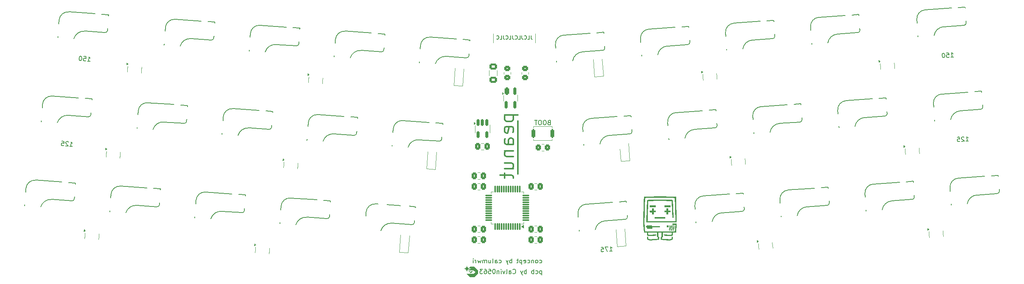
<source format=gbr>
%TF.GenerationSoftware,KiCad,Pcbnew,8.0.3*%
%TF.CreationDate,2024-09-04T22:14:08+02:00*%
%TF.ProjectId,peanut,7065616e-7574-42e6-9b69-6361645f7063,rev?*%
%TF.SameCoordinates,Original*%
%TF.FileFunction,Legend,Bot*%
%TF.FilePolarity,Positive*%
%FSLAX46Y46*%
G04 Gerber Fmt 4.6, Leading zero omitted, Abs format (unit mm)*
G04 Created by KiCad (PCBNEW 8.0.3) date 2024-09-04 22:14:08*
%MOMM*%
%LPD*%
G01*
G04 APERTURE LIST*
G04 Aperture macros list*
%AMRoundRect*
0 Rectangle with rounded corners*
0 $1 Rounding radius*
0 $2 $3 $4 $5 $6 $7 $8 $9 X,Y pos of 4 corners*
0 Add a 4 corners polygon primitive as box body*
4,1,4,$2,$3,$4,$5,$6,$7,$8,$9,$2,$3,0*
0 Add four circle primitives for the rounded corners*
1,1,$1+$1,$2,$3*
1,1,$1+$1,$4,$5*
1,1,$1+$1,$6,$7*
1,1,$1+$1,$8,$9*
0 Add four rect primitives between the rounded corners*
20,1,$1+$1,$2,$3,$4,$5,0*
20,1,$1+$1,$4,$5,$6,$7,0*
20,1,$1+$1,$6,$7,$8,$9,0*
20,1,$1+$1,$8,$9,$2,$3,0*%
G04 Aperture macros list end*
%ADD10C,0.300000*%
%ADD11C,0.200000*%
%ADD12C,0.150000*%
%ADD13C,0.120000*%
%ADD14C,0.000000*%
%ADD15C,2.000000*%
%ADD16RoundRect,0.500000X0.463904X-0.533660X0.533660X0.463904X-0.463904X0.533660X-0.533660X-0.463904X0*%
%ADD17RoundRect,0.550000X0.468440X-1.185565X0.628880X1.108833X-0.468440X1.185565X-0.628880X-1.108833X0*%
%ADD18C,1.750000*%
%ADD19C,3.987800*%
%ADD20C,3.300000*%
%ADD21RoundRect,0.250000X0.952747X1.069064X-1.092260X0.926064X-0.952747X-1.069064X1.092260X-0.926064X0*%
%ADD22RoundRect,0.250000X1.092260X0.926064X-0.952747X1.069064X-1.092260X-0.926064X0.952747X-1.069064X0*%
%ADD23RoundRect,0.250000X0.320196X-0.278342X0.278342X0.320196X-0.320196X0.278342X-0.278342X-0.320196X0*%
%ADD24RoundRect,0.150000X-0.108653X0.596532X-0.190617X-0.575605X0.108653X-0.596532X0.190617X0.575605X0*%
%ADD25RoundRect,0.250000X0.337500X0.475000X-0.337500X0.475000X-0.337500X-0.475000X0.337500X-0.475000X0*%
%ADD26RoundRect,0.150000X-0.190617X0.575605X-0.108653X-0.596532X0.190617X-0.575605X0.108653X0.596532X0*%
%ADD27RoundRect,0.250000X0.278342X-0.320196X0.320196X0.278342X-0.278342X0.320196X-0.320196X-0.278342X0*%
%ADD28C,0.650000*%
%ADD29R,0.600000X1.450000*%
%ADD30R,0.300000X1.450000*%
%ADD31O,1.000000X1.600000*%
%ADD32O,1.000000X2.100000*%
%ADD33RoundRect,0.250000X-0.250000X0.600000X-0.250000X-0.600000X0.250000X-0.600000X0.250000X0.600000X0*%
%ADD34RoundRect,0.150000X-0.150000X0.700000X-0.150000X-0.700000X0.150000X-0.700000X0.150000X0.700000X0*%
%ADD35RoundRect,0.200000X-0.200000X-0.800000X0.200000X-0.800000X0.200000X0.800000X-0.200000X0.800000X0*%
%ADD36RoundRect,0.075000X0.075000X-0.662500X0.075000X0.662500X-0.075000X0.662500X-0.075000X-0.662500X0*%
%ADD37RoundRect,0.075000X0.662500X-0.075000X0.662500X0.075000X-0.662500X0.075000X-0.662500X-0.075000X0*%
%ADD38RoundRect,0.250000X-0.337500X-0.475000X0.337500X-0.475000X0.337500X0.475000X-0.337500X0.475000X0*%
%ADD39RoundRect,0.250000X-0.450000X0.350000X-0.450000X-0.350000X0.450000X-0.350000X0.450000X0.350000X0*%
%ADD40RoundRect,0.250000X-0.350000X-0.450000X0.350000X-0.450000X0.350000X0.450000X-0.350000X0.450000X0*%
%ADD41RoundRect,0.162500X-0.162500X0.617500X-0.162500X-0.617500X0.162500X-0.617500X0.162500X0.617500X0*%
%ADD42RoundRect,0.250001X-0.624999X0.462499X-0.624999X-0.462499X0.624999X-0.462499X0.624999X0.462499X0*%
G04 APERTURE END LIST*
D10*
X156368750Y-65484375D02*
X156368750Y-77390625D01*
D11*
X56195997Y-71141371D02*
X56766033Y-71181232D01*
X56481015Y-71161302D02*
X56550771Y-70163738D01*
X56550771Y-70163738D02*
X56635812Y-70312890D01*
X56635812Y-70312890D02*
X56724175Y-70414540D01*
X56724175Y-70414540D02*
X56815859Y-70468686D01*
X55879085Y-70212239D02*
X55834904Y-70161415D01*
X55834904Y-70161415D02*
X55743219Y-70107268D01*
X55743219Y-70107268D02*
X55505704Y-70090659D01*
X55505704Y-70090659D02*
X55407376Y-70131519D01*
X55407376Y-70131519D02*
X55356552Y-70175700D01*
X55356552Y-70175700D02*
X55302405Y-70267385D01*
X55302405Y-70267385D02*
X55295762Y-70362391D01*
X55295762Y-70362391D02*
X55333299Y-70508222D01*
X55333299Y-70508222D02*
X55863475Y-71118119D01*
X55863475Y-71118119D02*
X55245936Y-71074937D01*
X54413134Y-70014259D02*
X54888164Y-70047477D01*
X54888164Y-70047477D02*
X54902450Y-70525829D01*
X54902450Y-70525829D02*
X54858269Y-70475004D01*
X54858269Y-70475004D02*
X54766585Y-70420858D01*
X54766585Y-70420858D02*
X54529069Y-70404249D01*
X54529069Y-70404249D02*
X54430741Y-70445109D01*
X54430741Y-70445109D02*
X54379917Y-70489290D01*
X54379917Y-70489290D02*
X54325770Y-70580974D01*
X54325770Y-70580974D02*
X54309161Y-70818490D01*
X54309161Y-70818490D02*
X54350021Y-70916817D01*
X54350021Y-70916817D02*
X54394202Y-70967642D01*
X54394202Y-70967642D02*
X54485887Y-71021789D01*
X54485887Y-71021789D02*
X54723402Y-71038397D01*
X54723402Y-71038397D02*
X54821730Y-70997538D01*
X54821730Y-70997538D02*
X54872555Y-70953357D01*
X163282142Y-65809659D02*
X163139285Y-65857278D01*
X163139285Y-65857278D02*
X163091666Y-65904897D01*
X163091666Y-65904897D02*
X163044047Y-66000135D01*
X163044047Y-66000135D02*
X163044047Y-66142992D01*
X163044047Y-66142992D02*
X163091666Y-66238230D01*
X163091666Y-66238230D02*
X163139285Y-66285850D01*
X163139285Y-66285850D02*
X163234523Y-66333469D01*
X163234523Y-66333469D02*
X163615475Y-66333469D01*
X163615475Y-66333469D02*
X163615475Y-65333469D01*
X163615475Y-65333469D02*
X163282142Y-65333469D01*
X163282142Y-65333469D02*
X163186904Y-65381088D01*
X163186904Y-65381088D02*
X163139285Y-65428707D01*
X163139285Y-65428707D02*
X163091666Y-65523945D01*
X163091666Y-65523945D02*
X163091666Y-65619183D01*
X163091666Y-65619183D02*
X163139285Y-65714421D01*
X163139285Y-65714421D02*
X163186904Y-65762040D01*
X163186904Y-65762040D02*
X163282142Y-65809659D01*
X163282142Y-65809659D02*
X163615475Y-65809659D01*
X162424999Y-65333469D02*
X162234523Y-65333469D01*
X162234523Y-65333469D02*
X162139285Y-65381088D01*
X162139285Y-65381088D02*
X162044047Y-65476326D01*
X162044047Y-65476326D02*
X161996428Y-65666802D01*
X161996428Y-65666802D02*
X161996428Y-66000135D01*
X161996428Y-66000135D02*
X162044047Y-66190611D01*
X162044047Y-66190611D02*
X162139285Y-66285850D01*
X162139285Y-66285850D02*
X162234523Y-66333469D01*
X162234523Y-66333469D02*
X162424999Y-66333469D01*
X162424999Y-66333469D02*
X162520237Y-66285850D01*
X162520237Y-66285850D02*
X162615475Y-66190611D01*
X162615475Y-66190611D02*
X162663094Y-66000135D01*
X162663094Y-66000135D02*
X162663094Y-65666802D01*
X162663094Y-65666802D02*
X162615475Y-65476326D01*
X162615475Y-65476326D02*
X162520237Y-65381088D01*
X162520237Y-65381088D02*
X162424999Y-65333469D01*
X161377380Y-65333469D02*
X161186904Y-65333469D01*
X161186904Y-65333469D02*
X161091666Y-65381088D01*
X161091666Y-65381088D02*
X160996428Y-65476326D01*
X160996428Y-65476326D02*
X160948809Y-65666802D01*
X160948809Y-65666802D02*
X160948809Y-66000135D01*
X160948809Y-66000135D02*
X160996428Y-66190611D01*
X160996428Y-66190611D02*
X161091666Y-66285850D01*
X161091666Y-66285850D02*
X161186904Y-66333469D01*
X161186904Y-66333469D02*
X161377380Y-66333469D01*
X161377380Y-66333469D02*
X161472618Y-66285850D01*
X161472618Y-66285850D02*
X161567856Y-66190611D01*
X161567856Y-66190611D02*
X161615475Y-66000135D01*
X161615475Y-66000135D02*
X161615475Y-65666802D01*
X161615475Y-65666802D02*
X161567856Y-65476326D01*
X161567856Y-65476326D02*
X161472618Y-65381088D01*
X161472618Y-65381088D02*
X161377380Y-65333469D01*
X160663094Y-65333469D02*
X160091666Y-65333469D01*
X160377380Y-66333469D02*
X160377380Y-65333469D01*
X60164747Y-52091371D02*
X60734783Y-52131232D01*
X60449765Y-52111302D02*
X60519521Y-51113738D01*
X60519521Y-51113738D02*
X60604562Y-51262890D01*
X60604562Y-51262890D02*
X60692925Y-51364540D01*
X60692925Y-51364540D02*
X60784609Y-51418686D01*
X59331945Y-51030694D02*
X59806976Y-51063912D01*
X59806976Y-51063912D02*
X59821261Y-51542264D01*
X59821261Y-51542264D02*
X59777080Y-51491439D01*
X59777080Y-51491439D02*
X59685396Y-51437292D01*
X59685396Y-51437292D02*
X59447880Y-51420684D01*
X59447880Y-51420684D02*
X59349552Y-51461543D01*
X59349552Y-51461543D02*
X59298728Y-51505725D01*
X59298728Y-51505725D02*
X59244581Y-51597409D01*
X59244581Y-51597409D02*
X59227972Y-51834924D01*
X59227972Y-51834924D02*
X59268832Y-51933252D01*
X59268832Y-51933252D02*
X59313013Y-51984077D01*
X59313013Y-51984077D02*
X59404698Y-52038223D01*
X59404698Y-52038223D02*
X59642213Y-52054832D01*
X59642213Y-52054832D02*
X59740541Y-52013973D01*
X59740541Y-52013973D02*
X59791366Y-51969791D01*
X58666902Y-50984190D02*
X58571896Y-50977546D01*
X58571896Y-50977546D02*
X58473568Y-51018406D01*
X58473568Y-51018406D02*
X58422744Y-51062587D01*
X58422744Y-51062587D02*
X58368597Y-51154272D01*
X58368597Y-51154272D02*
X58307807Y-51340962D01*
X58307807Y-51340962D02*
X58291198Y-51578477D01*
X58291198Y-51578477D02*
X58325414Y-51771811D01*
X58325414Y-51771811D02*
X58366274Y-51870139D01*
X58366274Y-51870139D02*
X58410455Y-51920964D01*
X58410455Y-51920964D02*
X58502140Y-51975110D01*
X58502140Y-51975110D02*
X58597146Y-51981754D01*
X58597146Y-51981754D02*
X58695474Y-51940894D01*
X58695474Y-51940894D02*
X58746298Y-51896713D01*
X58746298Y-51896713D02*
X58800445Y-51805029D01*
X58800445Y-51805029D02*
X58861235Y-51618338D01*
X58861235Y-51618338D02*
X58877844Y-51380823D01*
X58877844Y-51380823D02*
X58843628Y-51187489D01*
X58843628Y-51187489D02*
X58802768Y-51089161D01*
X58802768Y-51089161D02*
X58758587Y-51038336D01*
X58758587Y-51038336D02*
X58666902Y-50984190D01*
X161662202Y-99004302D02*
X161662202Y-100004302D01*
X161662202Y-99051921D02*
X161566964Y-99004302D01*
X161566964Y-99004302D02*
X161376488Y-99004302D01*
X161376488Y-99004302D02*
X161281250Y-99051921D01*
X161281250Y-99051921D02*
X161233631Y-99099540D01*
X161233631Y-99099540D02*
X161186012Y-99194778D01*
X161186012Y-99194778D02*
X161186012Y-99480492D01*
X161186012Y-99480492D02*
X161233631Y-99575730D01*
X161233631Y-99575730D02*
X161281250Y-99623350D01*
X161281250Y-99623350D02*
X161376488Y-99670969D01*
X161376488Y-99670969D02*
X161566964Y-99670969D01*
X161566964Y-99670969D02*
X161662202Y-99623350D01*
X160328869Y-99623350D02*
X160424107Y-99670969D01*
X160424107Y-99670969D02*
X160614583Y-99670969D01*
X160614583Y-99670969D02*
X160709821Y-99623350D01*
X160709821Y-99623350D02*
X160757440Y-99575730D01*
X160757440Y-99575730D02*
X160805059Y-99480492D01*
X160805059Y-99480492D02*
X160805059Y-99194778D01*
X160805059Y-99194778D02*
X160757440Y-99099540D01*
X160757440Y-99099540D02*
X160709821Y-99051921D01*
X160709821Y-99051921D02*
X160614583Y-99004302D01*
X160614583Y-99004302D02*
X160424107Y-99004302D01*
X160424107Y-99004302D02*
X160328869Y-99051921D01*
X159900297Y-99670969D02*
X159900297Y-98670969D01*
X159900297Y-99051921D02*
X159805059Y-99004302D01*
X159805059Y-99004302D02*
X159614583Y-99004302D01*
X159614583Y-99004302D02*
X159519345Y-99051921D01*
X159519345Y-99051921D02*
X159471726Y-99099540D01*
X159471726Y-99099540D02*
X159424107Y-99194778D01*
X159424107Y-99194778D02*
X159424107Y-99480492D01*
X159424107Y-99480492D02*
X159471726Y-99575730D01*
X159471726Y-99575730D02*
X159519345Y-99623350D01*
X159519345Y-99623350D02*
X159614583Y-99670969D01*
X159614583Y-99670969D02*
X159805059Y-99670969D01*
X159805059Y-99670969D02*
X159900297Y-99623350D01*
X158233630Y-99670969D02*
X158233630Y-98670969D01*
X158233630Y-99051921D02*
X158138392Y-99004302D01*
X158138392Y-99004302D02*
X157947916Y-99004302D01*
X157947916Y-99004302D02*
X157852678Y-99051921D01*
X157852678Y-99051921D02*
X157805059Y-99099540D01*
X157805059Y-99099540D02*
X157757440Y-99194778D01*
X157757440Y-99194778D02*
X157757440Y-99480492D01*
X157757440Y-99480492D02*
X157805059Y-99575730D01*
X157805059Y-99575730D02*
X157852678Y-99623350D01*
X157852678Y-99623350D02*
X157947916Y-99670969D01*
X157947916Y-99670969D02*
X158138392Y-99670969D01*
X158138392Y-99670969D02*
X158233630Y-99623350D01*
X157424106Y-99004302D02*
X157186011Y-99670969D01*
X156947916Y-99004302D02*
X157186011Y-99670969D01*
X157186011Y-99670969D02*
X157281249Y-99909064D01*
X157281249Y-99909064D02*
X157328868Y-99956683D01*
X157328868Y-99956683D02*
X157424106Y-100004302D01*
X155233630Y-99575730D02*
X155281249Y-99623350D01*
X155281249Y-99623350D02*
X155424106Y-99670969D01*
X155424106Y-99670969D02*
X155519344Y-99670969D01*
X155519344Y-99670969D02*
X155662201Y-99623350D01*
X155662201Y-99623350D02*
X155757439Y-99528111D01*
X155757439Y-99528111D02*
X155805058Y-99432873D01*
X155805058Y-99432873D02*
X155852677Y-99242397D01*
X155852677Y-99242397D02*
X155852677Y-99099540D01*
X155852677Y-99099540D02*
X155805058Y-98909064D01*
X155805058Y-98909064D02*
X155757439Y-98813826D01*
X155757439Y-98813826D02*
X155662201Y-98718588D01*
X155662201Y-98718588D02*
X155519344Y-98670969D01*
X155519344Y-98670969D02*
X155424106Y-98670969D01*
X155424106Y-98670969D02*
X155281249Y-98718588D01*
X155281249Y-98718588D02*
X155233630Y-98766207D01*
X154376487Y-99670969D02*
X154376487Y-99147159D01*
X154376487Y-99147159D02*
X154424106Y-99051921D01*
X154424106Y-99051921D02*
X154519344Y-99004302D01*
X154519344Y-99004302D02*
X154709820Y-99004302D01*
X154709820Y-99004302D02*
X154805058Y-99051921D01*
X154376487Y-99623350D02*
X154471725Y-99670969D01*
X154471725Y-99670969D02*
X154709820Y-99670969D01*
X154709820Y-99670969D02*
X154805058Y-99623350D01*
X154805058Y-99623350D02*
X154852677Y-99528111D01*
X154852677Y-99528111D02*
X154852677Y-99432873D01*
X154852677Y-99432873D02*
X154805058Y-99337635D01*
X154805058Y-99337635D02*
X154709820Y-99290016D01*
X154709820Y-99290016D02*
X154471725Y-99290016D01*
X154471725Y-99290016D02*
X154376487Y-99242397D01*
X153757439Y-99670969D02*
X153852677Y-99623350D01*
X153852677Y-99623350D02*
X153900296Y-99528111D01*
X153900296Y-99528111D02*
X153900296Y-98670969D01*
X153471724Y-99004302D02*
X153233629Y-99670969D01*
X153233629Y-99670969D02*
X152995534Y-99004302D01*
X152614581Y-99670969D02*
X152614581Y-99004302D01*
X152614581Y-98670969D02*
X152662200Y-98718588D01*
X152662200Y-98718588D02*
X152614581Y-98766207D01*
X152614581Y-98766207D02*
X152566962Y-98718588D01*
X152566962Y-98718588D02*
X152614581Y-98670969D01*
X152614581Y-98670969D02*
X152614581Y-98766207D01*
X152138391Y-99004302D02*
X152138391Y-99670969D01*
X152138391Y-99099540D02*
X152090772Y-99051921D01*
X152090772Y-99051921D02*
X151995534Y-99004302D01*
X151995534Y-99004302D02*
X151852677Y-99004302D01*
X151852677Y-99004302D02*
X151757439Y-99051921D01*
X151757439Y-99051921D02*
X151709820Y-99147159D01*
X151709820Y-99147159D02*
X151709820Y-99670969D01*
X151043153Y-98670969D02*
X150947915Y-98670969D01*
X150947915Y-98670969D02*
X150852677Y-98718588D01*
X150852677Y-98718588D02*
X150805058Y-98766207D01*
X150805058Y-98766207D02*
X150757439Y-98861445D01*
X150757439Y-98861445D02*
X150709820Y-99051921D01*
X150709820Y-99051921D02*
X150709820Y-99290016D01*
X150709820Y-99290016D02*
X150757439Y-99480492D01*
X150757439Y-99480492D02*
X150805058Y-99575730D01*
X150805058Y-99575730D02*
X150852677Y-99623350D01*
X150852677Y-99623350D02*
X150947915Y-99670969D01*
X150947915Y-99670969D02*
X151043153Y-99670969D01*
X151043153Y-99670969D02*
X151138391Y-99623350D01*
X151138391Y-99623350D02*
X151186010Y-99575730D01*
X151186010Y-99575730D02*
X151233629Y-99480492D01*
X151233629Y-99480492D02*
X151281248Y-99290016D01*
X151281248Y-99290016D02*
X151281248Y-99051921D01*
X151281248Y-99051921D02*
X151233629Y-98861445D01*
X151233629Y-98861445D02*
X151186010Y-98766207D01*
X151186010Y-98766207D02*
X151138391Y-98718588D01*
X151138391Y-98718588D02*
X151043153Y-98670969D01*
X149805058Y-98670969D02*
X150281248Y-98670969D01*
X150281248Y-98670969D02*
X150328867Y-99147159D01*
X150328867Y-99147159D02*
X150281248Y-99099540D01*
X150281248Y-99099540D02*
X150186010Y-99051921D01*
X150186010Y-99051921D02*
X149947915Y-99051921D01*
X149947915Y-99051921D02*
X149852677Y-99099540D01*
X149852677Y-99099540D02*
X149805058Y-99147159D01*
X149805058Y-99147159D02*
X149757439Y-99242397D01*
X149757439Y-99242397D02*
X149757439Y-99480492D01*
X149757439Y-99480492D02*
X149805058Y-99575730D01*
X149805058Y-99575730D02*
X149852677Y-99623350D01*
X149852677Y-99623350D02*
X149947915Y-99670969D01*
X149947915Y-99670969D02*
X150186010Y-99670969D01*
X150186010Y-99670969D02*
X150281248Y-99623350D01*
X150281248Y-99623350D02*
X150328867Y-99575730D01*
X148900296Y-98670969D02*
X149090772Y-98670969D01*
X149090772Y-98670969D02*
X149186010Y-98718588D01*
X149186010Y-98718588D02*
X149233629Y-98766207D01*
X149233629Y-98766207D02*
X149328867Y-98909064D01*
X149328867Y-98909064D02*
X149376486Y-99099540D01*
X149376486Y-99099540D02*
X149376486Y-99480492D01*
X149376486Y-99480492D02*
X149328867Y-99575730D01*
X149328867Y-99575730D02*
X149281248Y-99623350D01*
X149281248Y-99623350D02*
X149186010Y-99670969D01*
X149186010Y-99670969D02*
X148995534Y-99670969D01*
X148995534Y-99670969D02*
X148900296Y-99623350D01*
X148900296Y-99623350D02*
X148852677Y-99575730D01*
X148852677Y-99575730D02*
X148805058Y-99480492D01*
X148805058Y-99480492D02*
X148805058Y-99242397D01*
X148805058Y-99242397D02*
X148852677Y-99147159D01*
X148852677Y-99147159D02*
X148900296Y-99099540D01*
X148900296Y-99099540D02*
X148995534Y-99051921D01*
X148995534Y-99051921D02*
X149186010Y-99051921D01*
X149186010Y-99051921D02*
X149281248Y-99099540D01*
X149281248Y-99099540D02*
X149328867Y-99147159D01*
X149328867Y-99147159D02*
X149376486Y-99242397D01*
X148471724Y-98670969D02*
X147852677Y-98670969D01*
X147852677Y-98670969D02*
X148186010Y-99051921D01*
X148186010Y-99051921D02*
X148043153Y-99051921D01*
X148043153Y-99051921D02*
X147947915Y-99099540D01*
X147947915Y-99099540D02*
X147900296Y-99147159D01*
X147900296Y-99147159D02*
X147852677Y-99242397D01*
X147852677Y-99242397D02*
X147852677Y-99480492D01*
X147852677Y-99480492D02*
X147900296Y-99575730D01*
X147900296Y-99575730D02*
X147947915Y-99623350D01*
X147947915Y-99623350D02*
X148043153Y-99670969D01*
X148043153Y-99670969D02*
X148328867Y-99670969D01*
X148328867Y-99670969D02*
X148424105Y-99623350D01*
X148424105Y-99623350D02*
X148471724Y-99575730D01*
X256471493Y-69998884D02*
X257041530Y-69959023D01*
X256756511Y-69978953D02*
X256686755Y-68981389D01*
X256686755Y-68981389D02*
X256791726Y-69117255D01*
X256791726Y-69117255D02*
X256893376Y-69205618D01*
X256893376Y-69205618D02*
X256991704Y-69246477D01*
X256028356Y-69122900D02*
X255977531Y-69078718D01*
X255977531Y-69078718D02*
X255879203Y-69037859D01*
X255879203Y-69037859D02*
X255641688Y-69054467D01*
X255641688Y-69054467D02*
X255550003Y-69108614D01*
X255550003Y-69108614D02*
X255505822Y-69159439D01*
X255505822Y-69159439D02*
X255464962Y-69257767D01*
X255464962Y-69257767D02*
X255471606Y-69352773D01*
X255471606Y-69352773D02*
X255529074Y-69491960D01*
X255529074Y-69491960D02*
X256138972Y-70022136D01*
X256138972Y-70022136D02*
X255521432Y-70065318D01*
X254549117Y-69130867D02*
X255024148Y-69097650D01*
X255024148Y-69097650D02*
X255104868Y-69569359D01*
X255104868Y-69569359D02*
X255054044Y-69525177D01*
X255054044Y-69525177D02*
X254955716Y-69484318D01*
X254955716Y-69484318D02*
X254718201Y-69500927D01*
X254718201Y-69500927D02*
X254626516Y-69555073D01*
X254626516Y-69555073D02*
X254582335Y-69605898D01*
X254582335Y-69605898D02*
X254541475Y-69704226D01*
X254541475Y-69704226D02*
X254558084Y-69941741D01*
X254558084Y-69941741D02*
X254612230Y-70033425D01*
X254612230Y-70033425D02*
X254663055Y-70077607D01*
X254663055Y-70077607D02*
X254761383Y-70118466D01*
X254761383Y-70118466D02*
X254998898Y-70101858D01*
X254998898Y-70101858D02*
X255090583Y-70047711D01*
X255090583Y-70047711D02*
X255134764Y-69996886D01*
D12*
X159270238Y-46393545D02*
X159270238Y-46964973D01*
X159270238Y-46964973D02*
X159308333Y-47079259D01*
X159308333Y-47079259D02*
X159384524Y-47155450D01*
X159384524Y-47155450D02*
X159498809Y-47193545D01*
X159498809Y-47193545D02*
X159575000Y-47193545D01*
X158508333Y-47193545D02*
X158889285Y-47193545D01*
X158889285Y-47193545D02*
X158889285Y-46393545D01*
X157784523Y-47117354D02*
X157822619Y-47155450D01*
X157822619Y-47155450D02*
X157936904Y-47193545D01*
X157936904Y-47193545D02*
X158013095Y-47193545D01*
X158013095Y-47193545D02*
X158127381Y-47155450D01*
X158127381Y-47155450D02*
X158203571Y-47079259D01*
X158203571Y-47079259D02*
X158241666Y-47003069D01*
X158241666Y-47003069D02*
X158279762Y-46850688D01*
X158279762Y-46850688D02*
X158279762Y-46736402D01*
X158279762Y-46736402D02*
X158241666Y-46584021D01*
X158241666Y-46584021D02*
X158203571Y-46507830D01*
X158203571Y-46507830D02*
X158127381Y-46431640D01*
X158127381Y-46431640D02*
X158013095Y-46393545D01*
X158013095Y-46393545D02*
X157936904Y-46393545D01*
X157936904Y-46393545D02*
X157822619Y-46431640D01*
X157822619Y-46431640D02*
X157784523Y-46469735D01*
X157213095Y-46393545D02*
X157213095Y-46964973D01*
X157213095Y-46964973D02*
X157251190Y-47079259D01*
X157251190Y-47079259D02*
X157327381Y-47155450D01*
X157327381Y-47155450D02*
X157441666Y-47193545D01*
X157441666Y-47193545D02*
X157517857Y-47193545D01*
X156451190Y-47193545D02*
X156832142Y-47193545D01*
X156832142Y-47193545D02*
X156832142Y-46393545D01*
X155727380Y-47117354D02*
X155765476Y-47155450D01*
X155765476Y-47155450D02*
X155879761Y-47193545D01*
X155879761Y-47193545D02*
X155955952Y-47193545D01*
X155955952Y-47193545D02*
X156070238Y-47155450D01*
X156070238Y-47155450D02*
X156146428Y-47079259D01*
X156146428Y-47079259D02*
X156184523Y-47003069D01*
X156184523Y-47003069D02*
X156222619Y-46850688D01*
X156222619Y-46850688D02*
X156222619Y-46736402D01*
X156222619Y-46736402D02*
X156184523Y-46584021D01*
X156184523Y-46584021D02*
X156146428Y-46507830D01*
X156146428Y-46507830D02*
X156070238Y-46431640D01*
X156070238Y-46431640D02*
X155955952Y-46393545D01*
X155955952Y-46393545D02*
X155879761Y-46393545D01*
X155879761Y-46393545D02*
X155765476Y-46431640D01*
X155765476Y-46431640D02*
X155727380Y-46469735D01*
X155155952Y-46393545D02*
X155155952Y-46964973D01*
X155155952Y-46964973D02*
X155194047Y-47079259D01*
X155194047Y-47079259D02*
X155270238Y-47155450D01*
X155270238Y-47155450D02*
X155384523Y-47193545D01*
X155384523Y-47193545D02*
X155460714Y-47193545D01*
X154394047Y-47193545D02*
X154774999Y-47193545D01*
X154774999Y-47193545D02*
X154774999Y-46393545D01*
X153670237Y-47117354D02*
X153708333Y-47155450D01*
X153708333Y-47155450D02*
X153822618Y-47193545D01*
X153822618Y-47193545D02*
X153898809Y-47193545D01*
X153898809Y-47193545D02*
X154013095Y-47155450D01*
X154013095Y-47155450D02*
X154089285Y-47079259D01*
X154089285Y-47079259D02*
X154127380Y-47003069D01*
X154127380Y-47003069D02*
X154165476Y-46850688D01*
X154165476Y-46850688D02*
X154165476Y-46736402D01*
X154165476Y-46736402D02*
X154127380Y-46584021D01*
X154127380Y-46584021D02*
X154089285Y-46507830D01*
X154089285Y-46507830D02*
X154013095Y-46431640D01*
X154013095Y-46431640D02*
X153898809Y-46393545D01*
X153898809Y-46393545D02*
X153822618Y-46393545D01*
X153822618Y-46393545D02*
X153708333Y-46431640D01*
X153708333Y-46431640D02*
X153670237Y-46469735D01*
X153098809Y-46393545D02*
X153098809Y-46964973D01*
X153098809Y-46964973D02*
X153136904Y-47079259D01*
X153136904Y-47079259D02*
X153213095Y-47155450D01*
X153213095Y-47155450D02*
X153327380Y-47193545D01*
X153327380Y-47193545D02*
X153403571Y-47193545D01*
X152336904Y-47193545D02*
X152717856Y-47193545D01*
X152717856Y-47193545D02*
X152717856Y-46393545D01*
X151613094Y-47117354D02*
X151651190Y-47155450D01*
X151651190Y-47155450D02*
X151765475Y-47193545D01*
X151765475Y-47193545D02*
X151841666Y-47193545D01*
X151841666Y-47193545D02*
X151955952Y-47155450D01*
X151955952Y-47155450D02*
X152032142Y-47079259D01*
X152032142Y-47079259D02*
X152070237Y-47003069D01*
X152070237Y-47003069D02*
X152108333Y-46850688D01*
X152108333Y-46850688D02*
X152108333Y-46736402D01*
X152108333Y-46736402D02*
X152070237Y-46584021D01*
X152070237Y-46584021D02*
X152032142Y-46507830D01*
X152032142Y-46507830D02*
X151955952Y-46431640D01*
X151955952Y-46431640D02*
X151841666Y-46393545D01*
X151841666Y-46393545D02*
X151765475Y-46393545D01*
X151765475Y-46393545D02*
X151651190Y-46431640D01*
X151651190Y-46431640D02*
X151613094Y-46469735D01*
D11*
X176875770Y-94644303D02*
X177445807Y-94604442D01*
X177160788Y-94624372D02*
X177091032Y-93626808D01*
X177091032Y-93626808D02*
X177196003Y-93762674D01*
X177196003Y-93762674D02*
X177297653Y-93851037D01*
X177297653Y-93851037D02*
X177395981Y-93891896D01*
X176473492Y-93669991D02*
X175808449Y-93716495D01*
X175808449Y-93716495D02*
X176305733Y-94684164D01*
X174953394Y-93776286D02*
X175428425Y-93743069D01*
X175428425Y-93743069D02*
X175509145Y-94214778D01*
X175509145Y-94214778D02*
X175458321Y-94170596D01*
X175458321Y-94170596D02*
X175359993Y-94129737D01*
X175359993Y-94129737D02*
X175122478Y-94146346D01*
X175122478Y-94146346D02*
X175030793Y-94200492D01*
X175030793Y-94200492D02*
X174986612Y-94251317D01*
X174986612Y-94251317D02*
X174945752Y-94349645D01*
X174945752Y-94349645D02*
X174962361Y-94587160D01*
X174962361Y-94587160D02*
X175016507Y-94678844D01*
X175016507Y-94678844D02*
X175067332Y-94723026D01*
X175067332Y-94723026D02*
X175165660Y-94763885D01*
X175165660Y-94763885D02*
X175403175Y-94747277D01*
X175403175Y-94747277D02*
X175494860Y-94693130D01*
X175494860Y-94693130D02*
X175539041Y-94642305D01*
X253109087Y-51204613D02*
X253679124Y-51164752D01*
X253394105Y-51184682D02*
X253324349Y-50187118D01*
X253324349Y-50187118D02*
X253429320Y-50322984D01*
X253429320Y-50322984D02*
X253530970Y-50411347D01*
X253530970Y-50411347D02*
X253629298Y-50452206D01*
X252136773Y-50270162D02*
X252611803Y-50236944D01*
X252611803Y-50236944D02*
X252692523Y-50708653D01*
X252692523Y-50708653D02*
X252641699Y-50664472D01*
X252641699Y-50664472D02*
X252543371Y-50623612D01*
X252543371Y-50623612D02*
X252305856Y-50640221D01*
X252305856Y-50640221D02*
X252214171Y-50694367D01*
X252214171Y-50694367D02*
X252169990Y-50745192D01*
X252169990Y-50745192D02*
X252129130Y-50843520D01*
X252129130Y-50843520D02*
X252145739Y-51081035D01*
X252145739Y-51081035D02*
X252199886Y-51172720D01*
X252199886Y-51172720D02*
X252250710Y-51216901D01*
X252250710Y-51216901D02*
X252349038Y-51257760D01*
X252349038Y-51257760D02*
X252586553Y-51241152D01*
X252586553Y-51241152D02*
X252678238Y-51187005D01*
X252678238Y-51187005D02*
X252722419Y-51136180D01*
X251471730Y-50316666D02*
X251376724Y-50323309D01*
X251376724Y-50323309D02*
X251285039Y-50377456D01*
X251285039Y-50377456D02*
X251240858Y-50428281D01*
X251240858Y-50428281D02*
X251199998Y-50526609D01*
X251199998Y-50526609D02*
X251165782Y-50719943D01*
X251165782Y-50719943D02*
X251182391Y-50957458D01*
X251182391Y-50957458D02*
X251243181Y-51144148D01*
X251243181Y-51144148D02*
X251297328Y-51235833D01*
X251297328Y-51235833D02*
X251348152Y-51280014D01*
X251348152Y-51280014D02*
X251446480Y-51320873D01*
X251446480Y-51320873D02*
X251541486Y-51314230D01*
X251541486Y-51314230D02*
X251633171Y-51260083D01*
X251633171Y-51260083D02*
X251677352Y-51209259D01*
X251677352Y-51209259D02*
X251718211Y-51110931D01*
X251718211Y-51110931D02*
X251752428Y-50917597D01*
X251752428Y-50917597D02*
X251735819Y-50680082D01*
X251735819Y-50680082D02*
X251675029Y-50493391D01*
X251675029Y-50493391D02*
X251620882Y-50401707D01*
X251620882Y-50401707D02*
X251570058Y-50357526D01*
X251570058Y-50357526D02*
X251471730Y-50316666D01*
X161177977Y-97242100D02*
X161273215Y-97289719D01*
X161273215Y-97289719D02*
X161463691Y-97289719D01*
X161463691Y-97289719D02*
X161558929Y-97242100D01*
X161558929Y-97242100D02*
X161606548Y-97194480D01*
X161606548Y-97194480D02*
X161654167Y-97099242D01*
X161654167Y-97099242D02*
X161654167Y-96813528D01*
X161654167Y-96813528D02*
X161606548Y-96718290D01*
X161606548Y-96718290D02*
X161558929Y-96670671D01*
X161558929Y-96670671D02*
X161463691Y-96623052D01*
X161463691Y-96623052D02*
X161273215Y-96623052D01*
X161273215Y-96623052D02*
X161177977Y-96670671D01*
X160606548Y-97289719D02*
X160701786Y-97242100D01*
X160701786Y-97242100D02*
X160749405Y-97194480D01*
X160749405Y-97194480D02*
X160797024Y-97099242D01*
X160797024Y-97099242D02*
X160797024Y-96813528D01*
X160797024Y-96813528D02*
X160749405Y-96718290D01*
X160749405Y-96718290D02*
X160701786Y-96670671D01*
X160701786Y-96670671D02*
X160606548Y-96623052D01*
X160606548Y-96623052D02*
X160463691Y-96623052D01*
X160463691Y-96623052D02*
X160368453Y-96670671D01*
X160368453Y-96670671D02*
X160320834Y-96718290D01*
X160320834Y-96718290D02*
X160273215Y-96813528D01*
X160273215Y-96813528D02*
X160273215Y-97099242D01*
X160273215Y-97099242D02*
X160320834Y-97194480D01*
X160320834Y-97194480D02*
X160368453Y-97242100D01*
X160368453Y-97242100D02*
X160463691Y-97289719D01*
X160463691Y-97289719D02*
X160606548Y-97289719D01*
X159844643Y-96623052D02*
X159844643Y-97289719D01*
X159844643Y-96718290D02*
X159797024Y-96670671D01*
X159797024Y-96670671D02*
X159701786Y-96623052D01*
X159701786Y-96623052D02*
X159558929Y-96623052D01*
X159558929Y-96623052D02*
X159463691Y-96670671D01*
X159463691Y-96670671D02*
X159416072Y-96765909D01*
X159416072Y-96765909D02*
X159416072Y-97289719D01*
X158511310Y-97242100D02*
X158606548Y-97289719D01*
X158606548Y-97289719D02*
X158797024Y-97289719D01*
X158797024Y-97289719D02*
X158892262Y-97242100D01*
X158892262Y-97242100D02*
X158939881Y-97194480D01*
X158939881Y-97194480D02*
X158987500Y-97099242D01*
X158987500Y-97099242D02*
X158987500Y-96813528D01*
X158987500Y-96813528D02*
X158939881Y-96718290D01*
X158939881Y-96718290D02*
X158892262Y-96670671D01*
X158892262Y-96670671D02*
X158797024Y-96623052D01*
X158797024Y-96623052D02*
X158606548Y-96623052D01*
X158606548Y-96623052D02*
X158511310Y-96670671D01*
X157701786Y-97242100D02*
X157797024Y-97289719D01*
X157797024Y-97289719D02*
X157987500Y-97289719D01*
X157987500Y-97289719D02*
X158082738Y-97242100D01*
X158082738Y-97242100D02*
X158130357Y-97146861D01*
X158130357Y-97146861D02*
X158130357Y-96765909D01*
X158130357Y-96765909D02*
X158082738Y-96670671D01*
X158082738Y-96670671D02*
X157987500Y-96623052D01*
X157987500Y-96623052D02*
X157797024Y-96623052D01*
X157797024Y-96623052D02*
X157701786Y-96670671D01*
X157701786Y-96670671D02*
X157654167Y-96765909D01*
X157654167Y-96765909D02*
X157654167Y-96861147D01*
X157654167Y-96861147D02*
X158130357Y-96956385D01*
X157225595Y-96623052D02*
X157225595Y-97623052D01*
X157225595Y-96670671D02*
X157130357Y-96623052D01*
X157130357Y-96623052D02*
X156939881Y-96623052D01*
X156939881Y-96623052D02*
X156844643Y-96670671D01*
X156844643Y-96670671D02*
X156797024Y-96718290D01*
X156797024Y-96718290D02*
X156749405Y-96813528D01*
X156749405Y-96813528D02*
X156749405Y-97099242D01*
X156749405Y-97099242D02*
X156797024Y-97194480D01*
X156797024Y-97194480D02*
X156844643Y-97242100D01*
X156844643Y-97242100D02*
X156939881Y-97289719D01*
X156939881Y-97289719D02*
X157130357Y-97289719D01*
X157130357Y-97289719D02*
X157225595Y-97242100D01*
X156463690Y-96623052D02*
X156082738Y-96623052D01*
X156320833Y-96289719D02*
X156320833Y-97146861D01*
X156320833Y-97146861D02*
X156273214Y-97242100D01*
X156273214Y-97242100D02*
X156177976Y-97289719D01*
X156177976Y-97289719D02*
X156082738Y-97289719D01*
X154987499Y-97289719D02*
X154987499Y-96289719D01*
X154987499Y-96670671D02*
X154892261Y-96623052D01*
X154892261Y-96623052D02*
X154701785Y-96623052D01*
X154701785Y-96623052D02*
X154606547Y-96670671D01*
X154606547Y-96670671D02*
X154558928Y-96718290D01*
X154558928Y-96718290D02*
X154511309Y-96813528D01*
X154511309Y-96813528D02*
X154511309Y-97099242D01*
X154511309Y-97099242D02*
X154558928Y-97194480D01*
X154558928Y-97194480D02*
X154606547Y-97242100D01*
X154606547Y-97242100D02*
X154701785Y-97289719D01*
X154701785Y-97289719D02*
X154892261Y-97289719D01*
X154892261Y-97289719D02*
X154987499Y-97242100D01*
X154177975Y-96623052D02*
X153939880Y-97289719D01*
X153701785Y-96623052D02*
X153939880Y-97289719D01*
X153939880Y-97289719D02*
X154035118Y-97527814D01*
X154035118Y-97527814D02*
X154082737Y-97575433D01*
X154082737Y-97575433D02*
X154177975Y-97623052D01*
X152130356Y-97242100D02*
X152225594Y-97289719D01*
X152225594Y-97289719D02*
X152416070Y-97289719D01*
X152416070Y-97289719D02*
X152511308Y-97242100D01*
X152511308Y-97242100D02*
X152558927Y-97194480D01*
X152558927Y-97194480D02*
X152606546Y-97099242D01*
X152606546Y-97099242D02*
X152606546Y-96813528D01*
X152606546Y-96813528D02*
X152558927Y-96718290D01*
X152558927Y-96718290D02*
X152511308Y-96670671D01*
X152511308Y-96670671D02*
X152416070Y-96623052D01*
X152416070Y-96623052D02*
X152225594Y-96623052D01*
X152225594Y-96623052D02*
X152130356Y-96670671D01*
X151273213Y-97289719D02*
X151273213Y-96765909D01*
X151273213Y-96765909D02*
X151320832Y-96670671D01*
X151320832Y-96670671D02*
X151416070Y-96623052D01*
X151416070Y-96623052D02*
X151606546Y-96623052D01*
X151606546Y-96623052D02*
X151701784Y-96670671D01*
X151273213Y-97242100D02*
X151368451Y-97289719D01*
X151368451Y-97289719D02*
X151606546Y-97289719D01*
X151606546Y-97289719D02*
X151701784Y-97242100D01*
X151701784Y-97242100D02*
X151749403Y-97146861D01*
X151749403Y-97146861D02*
X151749403Y-97051623D01*
X151749403Y-97051623D02*
X151701784Y-96956385D01*
X151701784Y-96956385D02*
X151606546Y-96908766D01*
X151606546Y-96908766D02*
X151368451Y-96908766D01*
X151368451Y-96908766D02*
X151273213Y-96861147D01*
X150654165Y-97289719D02*
X150749403Y-97242100D01*
X150749403Y-97242100D02*
X150797022Y-97146861D01*
X150797022Y-97146861D02*
X150797022Y-96289719D01*
X149844641Y-96623052D02*
X149844641Y-97289719D01*
X150273212Y-96623052D02*
X150273212Y-97146861D01*
X150273212Y-97146861D02*
X150225593Y-97242100D01*
X150225593Y-97242100D02*
X150130355Y-97289719D01*
X150130355Y-97289719D02*
X149987498Y-97289719D01*
X149987498Y-97289719D02*
X149892260Y-97242100D01*
X149892260Y-97242100D02*
X149844641Y-97194480D01*
X149368450Y-97289719D02*
X149368450Y-96623052D01*
X149368450Y-96718290D02*
X149320831Y-96670671D01*
X149320831Y-96670671D02*
X149225593Y-96623052D01*
X149225593Y-96623052D02*
X149082736Y-96623052D01*
X149082736Y-96623052D02*
X148987498Y-96670671D01*
X148987498Y-96670671D02*
X148939879Y-96765909D01*
X148939879Y-96765909D02*
X148939879Y-97289719D01*
X148939879Y-96765909D02*
X148892260Y-96670671D01*
X148892260Y-96670671D02*
X148797022Y-96623052D01*
X148797022Y-96623052D02*
X148654165Y-96623052D01*
X148654165Y-96623052D02*
X148558926Y-96670671D01*
X148558926Y-96670671D02*
X148511307Y-96765909D01*
X148511307Y-96765909D02*
X148511307Y-97289719D01*
X148130355Y-96623052D02*
X147939879Y-97289719D01*
X147939879Y-97289719D02*
X147749403Y-96813528D01*
X147749403Y-96813528D02*
X147558927Y-97289719D01*
X147558927Y-97289719D02*
X147368451Y-96623052D01*
X146987498Y-97289719D02*
X146987498Y-96623052D01*
X146987498Y-96813528D02*
X146939879Y-96718290D01*
X146939879Y-96718290D02*
X146892260Y-96670671D01*
X146892260Y-96670671D02*
X146797022Y-96623052D01*
X146797022Y-96623052D02*
X146701784Y-96623052D01*
X146368450Y-97289719D02*
X146368450Y-96623052D01*
X146368450Y-96289719D02*
X146416069Y-96337338D01*
X146416069Y-96337338D02*
X146368450Y-96384957D01*
X146368450Y-96384957D02*
X146320831Y-96337338D01*
X146320831Y-96337338D02*
X146368450Y-96289719D01*
X146368450Y-96289719D02*
X146368450Y-96384957D01*
D10*
X153359757Y-64183481D02*
X156359757Y-64183481D01*
X153502614Y-64183481D02*
X153359757Y-64469196D01*
X153359757Y-64469196D02*
X153359757Y-65040624D01*
X153359757Y-65040624D02*
X153502614Y-65326338D01*
X153502614Y-65326338D02*
X153645471Y-65469196D01*
X153645471Y-65469196D02*
X153931185Y-65612053D01*
X153931185Y-65612053D02*
X154788328Y-65612053D01*
X154788328Y-65612053D02*
X155074042Y-65469196D01*
X155074042Y-65469196D02*
X155216900Y-65326338D01*
X155216900Y-65326338D02*
X155359757Y-65040624D01*
X155359757Y-65040624D02*
X155359757Y-64469196D01*
X155359757Y-64469196D02*
X155216900Y-64183481D01*
X155216900Y-68040624D02*
X155359757Y-67754910D01*
X155359757Y-67754910D02*
X155359757Y-67183482D01*
X155359757Y-67183482D02*
X155216900Y-66897767D01*
X155216900Y-66897767D02*
X154931185Y-66754910D01*
X154931185Y-66754910D02*
X153788328Y-66754910D01*
X153788328Y-66754910D02*
X153502614Y-66897767D01*
X153502614Y-66897767D02*
X153359757Y-67183482D01*
X153359757Y-67183482D02*
X153359757Y-67754910D01*
X153359757Y-67754910D02*
X153502614Y-68040624D01*
X153502614Y-68040624D02*
X153788328Y-68183482D01*
X153788328Y-68183482D02*
X154074042Y-68183482D01*
X154074042Y-68183482D02*
X154359757Y-66754910D01*
X155359757Y-70754911D02*
X153788328Y-70754911D01*
X153788328Y-70754911D02*
X153502614Y-70612053D01*
X153502614Y-70612053D02*
X153359757Y-70326339D01*
X153359757Y-70326339D02*
X153359757Y-69754911D01*
X153359757Y-69754911D02*
X153502614Y-69469196D01*
X155216900Y-70754911D02*
X155359757Y-70469196D01*
X155359757Y-70469196D02*
X155359757Y-69754911D01*
X155359757Y-69754911D02*
X155216900Y-69469196D01*
X155216900Y-69469196D02*
X154931185Y-69326339D01*
X154931185Y-69326339D02*
X154645471Y-69326339D01*
X154645471Y-69326339D02*
X154359757Y-69469196D01*
X154359757Y-69469196D02*
X154216900Y-69754911D01*
X154216900Y-69754911D02*
X154216900Y-70469196D01*
X154216900Y-70469196D02*
X154074042Y-70754911D01*
X153359757Y-72183482D02*
X155359757Y-72183482D01*
X153645471Y-72183482D02*
X153502614Y-72326339D01*
X153502614Y-72326339D02*
X153359757Y-72612054D01*
X153359757Y-72612054D02*
X153359757Y-73040625D01*
X153359757Y-73040625D02*
X153502614Y-73326339D01*
X153502614Y-73326339D02*
X153788328Y-73469197D01*
X153788328Y-73469197D02*
X155359757Y-73469197D01*
X153359757Y-76183483D02*
X155359757Y-76183483D01*
X153359757Y-74897768D02*
X154931185Y-74897768D01*
X154931185Y-74897768D02*
X155216900Y-75040625D01*
X155216900Y-75040625D02*
X155359757Y-75326340D01*
X155359757Y-75326340D02*
X155359757Y-75754911D01*
X155359757Y-75754911D02*
X155216900Y-76040625D01*
X155216900Y-76040625D02*
X155074042Y-76183483D01*
X153359757Y-77183483D02*
X153359757Y-78326340D01*
X152359757Y-77612054D02*
X154931185Y-77612054D01*
X154931185Y-77612054D02*
X155216900Y-77754911D01*
X155216900Y-77754911D02*
X155359757Y-78040626D01*
X155359757Y-78040626D02*
X155359757Y-78326340D01*
D12*
%TO.C,MX19*%
X227837754Y-63080934D02*
X227893559Y-63878986D01*
X228109106Y-66961458D02*
X228092365Y-66722043D01*
X233851594Y-64715412D02*
X238405300Y-64396986D01*
X235578997Y-60534729D02*
X229693369Y-60946293D01*
X238621567Y-60321972D02*
X237075343Y-60430095D01*
X238637611Y-60551412D02*
X238621567Y-60321972D01*
X238869201Y-63863325D02*
X238836417Y-63394470D01*
X227837754Y-63080934D02*
G75*
G02*
X229693369Y-60946293I1995133J139509D01*
G01*
X231691213Y-66710973D02*
G75*
G02*
X233851594Y-64715412I2323395J-348104D01*
G01*
X238869201Y-63863325D02*
G75*
G02*
X238405300Y-64396985I-498797J-34865D01*
G01*
%TO.C,MX14*%
X109224324Y-69799477D02*
X109241068Y-69560062D01*
X109495677Y-65918953D02*
X109439872Y-66717003D01*
X115223516Y-68374488D02*
X119777221Y-68692914D01*
X117515946Y-64474900D02*
X111630318Y-64063338D01*
X120310881Y-68229010D02*
X120343666Y-67760155D01*
X120542472Y-64917097D02*
X120558516Y-64687658D01*
X120558516Y-64687658D02*
X119012292Y-64579535D01*
X109495677Y-65918953D02*
G75*
G02*
X111630318Y-64063337I1995133J-139518D01*
G01*
X112806431Y-70049962D02*
G75*
G02*
X115223516Y-68374489I2252336J-668070D01*
G01*
X120310881Y-68229010D02*
G75*
G02*
X119777221Y-68692915I-498788J34884D01*
G01*
D13*
%TO.C,D6*%
X173182625Y-51730158D02*
X173451885Y-55580755D01*
X173451885Y-55580755D02*
X175447013Y-55441241D01*
X175177752Y-51590645D02*
X175447013Y-55441241D01*
D12*
%TO.C,MX29*%
X233917618Y-81752316D02*
X233973423Y-82550368D01*
X234188970Y-85632840D02*
X234172229Y-85393425D01*
X239931458Y-83386794D02*
X244485164Y-83068368D01*
X241658861Y-79206111D02*
X235773233Y-79617675D01*
X244701431Y-78993354D02*
X243155207Y-79101477D01*
X244717475Y-79222794D02*
X244701431Y-78993354D01*
X244949065Y-82534707D02*
X244916281Y-82065852D01*
X233917618Y-81752316D02*
G75*
G02*
X235773233Y-79617675I1995133J139509D01*
G01*
X237771077Y-85382355D02*
G75*
G02*
X239931458Y-83386794I2323395J-348104D01*
G01*
X244949065Y-82534707D02*
G75*
G02*
X244485164Y-83068367I-498797J-34865D01*
G01*
D13*
%TO.C,D4*%
X103967208Y-75945847D02*
X104012550Y-75297430D01*
X104057892Y-74649013D02*
X104012550Y-75297430D01*
X107079608Y-76163487D02*
X107124950Y-75515070D01*
X107170292Y-74866653D02*
X107124950Y-75515070D01*
X104143520Y-74141250D02*
X103797580Y-74357645D01*
X103831066Y-73878815D01*
X104143520Y-74141250D01*
G36*
X104143520Y-74141250D02*
G01*
X103797580Y-74357645D01*
X103831066Y-73878815D01*
X104143520Y-74141250D01*
G37*
%TO.C,C5*%
X147376248Y-88958750D02*
X147898752Y-88958750D01*
X147376248Y-90428750D02*
X147898752Y-90428750D01*
D12*
%TO.C,MX11*%
X49838089Y-65646787D02*
X49854831Y-65407372D01*
X50109442Y-61766263D02*
X50053637Y-62564314D01*
X55837281Y-64221798D02*
X60390985Y-64540224D01*
X58129711Y-60322211D02*
X52244083Y-59910648D01*
X60924646Y-64076321D02*
X60957431Y-63607465D01*
X61156237Y-60764408D02*
X61172281Y-60534968D01*
X61172281Y-60534968D02*
X59626057Y-60426846D01*
X50109442Y-61766263D02*
G75*
G02*
X52244083Y-59910647I1995133J-139518D01*
G01*
X53420196Y-65897272D02*
G75*
G02*
X55837281Y-64221799I2252336J-668070D01*
G01*
X60924646Y-64076321D02*
G75*
G02*
X60390985Y-64540224I-498783J34880D01*
G01*
D13*
%TO.C,C1*%
X147376248Y-79433750D02*
X147898752Y-79433750D01*
X147376248Y-80903750D02*
X147898752Y-80903750D01*
D12*
%TO.C,MX5*%
X134307678Y-52456958D02*
X134324422Y-52217543D01*
X134579031Y-48576434D02*
X134523226Y-49374484D01*
X140306870Y-51031969D02*
X144860575Y-51350395D01*
X142599300Y-47132381D02*
X136713672Y-46720819D01*
X145394235Y-50886491D02*
X145427020Y-50417636D01*
X145625826Y-47574578D02*
X145641870Y-47345139D01*
X145641870Y-47345139D02*
X144095646Y-47237016D01*
X134579031Y-48576434D02*
G75*
G02*
X136713672Y-46720818I1995133J-139518D01*
G01*
X137889785Y-52707443D02*
G75*
G02*
X140306870Y-51031970I2252336J-668070D01*
G01*
X145394235Y-50886491D02*
G75*
G02*
X144860575Y-51350396I-498788J34884D01*
G01*
%TO.C,MX1*%
X53542399Y-46809299D02*
X53559141Y-46569884D01*
X53813752Y-42928775D02*
X53757947Y-43726826D01*
X59541591Y-45384310D02*
X64095295Y-45702736D01*
X61834021Y-41484723D02*
X55948393Y-41073160D01*
X64628956Y-45238833D02*
X64661741Y-44769977D01*
X64860547Y-41926920D02*
X64876591Y-41697480D01*
X64876591Y-41697480D02*
X63330367Y-41589358D01*
X53813752Y-42928775D02*
G75*
G02*
X55948393Y-41073159I1995133J-139518D01*
G01*
X57124506Y-47059784D02*
G75*
G02*
X59541591Y-45384311I2252336J-668070D01*
G01*
X64628956Y-45238833D02*
G75*
G02*
X64095295Y-45702736I-498783J34880D01*
G01*
D13*
%TO.C,D16*%
X179068589Y-70655026D02*
X179337849Y-74505623D01*
X179337849Y-74505623D02*
X181332977Y-74366109D01*
X181063716Y-70515513D02*
X181332977Y-74366109D01*
%TO.C,D13*%
X242873458Y-71691653D02*
X242918800Y-72340070D01*
X242964142Y-72988487D02*
X242918800Y-72340070D01*
X245985858Y-71474013D02*
X246031200Y-72122430D01*
X246076542Y-72770847D02*
X246031200Y-72122430D01*
X242887586Y-71176914D02*
X242575132Y-71439349D01*
X242541649Y-70960518D01*
X242887586Y-71176914D01*
G36*
X242887586Y-71176914D02*
G01*
X242575132Y-71439349D01*
X242541649Y-70960518D01*
X242887586Y-71176914D01*
G37*
%TO.C,D9*%
X197629708Y-55022903D02*
X197675050Y-55671320D01*
X197720392Y-56319737D02*
X197675050Y-55671320D01*
X200742108Y-54805263D02*
X200787450Y-55453680D01*
X200832792Y-56102097D02*
X200787450Y-55453680D01*
X197643836Y-54508164D02*
X197331382Y-54770599D01*
X197297899Y-54291768D01*
X197643836Y-54508164D01*
G36*
X197643836Y-54508164D02*
G01*
X197331382Y-54770599D01*
X197297899Y-54291768D01*
X197643836Y-54508164D01*
G37*
%TO.C,D2*%
X109523458Y-56895847D02*
X109568800Y-56247430D01*
X109614142Y-55599013D02*
X109568800Y-56247430D01*
X112635858Y-57113487D02*
X112681200Y-56465070D01*
X112726542Y-55816653D02*
X112681200Y-56465070D01*
X109699770Y-55091250D02*
X109353830Y-55307645D01*
X109387316Y-54828815D01*
X109699770Y-55091250D01*
G36*
X109699770Y-55091250D02*
G01*
X109353830Y-55307645D01*
X109387316Y-54828815D01*
X109699770Y-55091250D01*
G37*
%TO.C,D5*%
X141999517Y-57512572D02*
X143994645Y-57652086D01*
X142268778Y-53661976D02*
X141999517Y-57512572D01*
X144263905Y-53801489D02*
X143994645Y-57652086D01*
D12*
%TO.C,MX23*%
X84140969Y-87141996D02*
X84157713Y-86902581D01*
X84412322Y-83261472D02*
X84356517Y-84059522D01*
X90140161Y-85717007D02*
X94693866Y-86035433D01*
X92432591Y-81817419D02*
X86546963Y-81405857D01*
X95227526Y-85571529D02*
X95260311Y-85102674D01*
X95459117Y-82259616D02*
X95475161Y-82030177D01*
X95475161Y-82030177D02*
X93928937Y-81922054D01*
X84412322Y-83261472D02*
G75*
G02*
X86546963Y-81405856I1995133J-139518D01*
G01*
X87723076Y-87392481D02*
G75*
G02*
X90140161Y-85717008I2252336J-668070D01*
G01*
X95227526Y-85571529D02*
G75*
G02*
X94693866Y-86035434I-498788J34884D01*
G01*
D13*
%TO.C,D7*%
X59517208Y-91820847D02*
X59562550Y-91172430D01*
X59607892Y-90524013D02*
X59562550Y-91172430D01*
X62629608Y-92038487D02*
X62674950Y-91390070D01*
X62720292Y-90741653D02*
X62674950Y-91390070D01*
X59693520Y-90016250D02*
X59347580Y-90232645D01*
X59381066Y-89753815D01*
X59693520Y-90016250D01*
G36*
X59693520Y-90016250D02*
G01*
X59347580Y-90232645D01*
X59381066Y-89753815D01*
X59693520Y-90016250D01*
G37*
D12*
%TO.C,MX17*%
X189830636Y-65738674D02*
X189886441Y-66536726D01*
X190101988Y-69619198D02*
X190085247Y-69379783D01*
X195844476Y-67373152D02*
X200398182Y-67054726D01*
X197571879Y-63192469D02*
X191686251Y-63604033D01*
X200614449Y-62979712D02*
X199068225Y-63087835D01*
X200630493Y-63209152D02*
X200614449Y-62979712D01*
X200862083Y-66521065D02*
X200829299Y-66052210D01*
X189830636Y-65738674D02*
G75*
G02*
X191686251Y-63604033I1995133J139509D01*
G01*
X193684095Y-69368713D02*
G75*
G02*
X195844476Y-67373152I2323395J-348104D01*
G01*
X200862083Y-66521065D02*
G75*
G02*
X200398182Y-67054725I-498797J-34865D01*
G01*
D13*
%TO.C,J1*%
X150875000Y-45937500D02*
X150875000Y-47937500D01*
X160275000Y-45937500D02*
X160275000Y-47937500D01*
%TO.C,C6*%
X147376248Y-77052500D02*
X147898752Y-77052500D01*
X147376248Y-78522500D02*
X147898752Y-78522500D01*
%TO.C,D8*%
X97617208Y-94995847D02*
X97662550Y-94347430D01*
X97707892Y-93699013D02*
X97662550Y-94347430D01*
X100729608Y-95213487D02*
X100774950Y-94565070D01*
X100820292Y-93916653D02*
X100774950Y-94565070D01*
X97793520Y-93191250D02*
X97447580Y-93407645D01*
X97481066Y-92928815D01*
X97793520Y-93191250D01*
G36*
X97793520Y-93191250D02*
G01*
X97447580Y-93407645D01*
X97481066Y-92928815D01*
X97793520Y-93191250D01*
G37*
%TO.C,D15*%
X135919758Y-76183951D02*
X137914886Y-76323465D01*
X136189019Y-72333355D02*
X135919758Y-76183951D01*
X138184146Y-72472868D02*
X137914886Y-76323465D01*
%TO.C,U3*%
X153121200Y-59705000D02*
X153121200Y-60975000D01*
X156241200Y-60975000D02*
X156241200Y-59675000D01*
X153171200Y-59325000D02*
X152841200Y-59565000D01*
X152841200Y-59085000D01*
X153171200Y-59325000D01*
G36*
X153171200Y-59325000D02*
G01*
X152841200Y-59565000D01*
X152841200Y-59085000D01*
X153171200Y-59325000D01*
G37*
D12*
%TO.C,MX27*%
X195910370Y-84410056D02*
X195966175Y-85208108D01*
X196181722Y-88290580D02*
X196164981Y-88051165D01*
X201924210Y-86044534D02*
X206477916Y-85726108D01*
X203651613Y-81863851D02*
X197765985Y-82275415D01*
X206694183Y-81651094D02*
X205147959Y-81759217D01*
X206710227Y-81880534D02*
X206694183Y-81651094D01*
X206941817Y-85192447D02*
X206909033Y-84723592D01*
X195910370Y-84410056D02*
G75*
G02*
X197765985Y-82275415I1995133J139509D01*
G01*
X199763829Y-88040095D02*
G75*
G02*
X201924210Y-86044534I2323395J-348104D01*
G01*
X206941817Y-85192447D02*
G75*
G02*
X206477916Y-85726107I-498797J-34865D01*
G01*
D13*
%TO.C,SW2*%
X159855000Y-66692500D02*
X163995000Y-66692500D01*
X159855000Y-66992500D02*
X159855000Y-66692500D01*
X159855000Y-69832500D02*
X159855000Y-69532500D01*
X163995000Y-66692500D02*
X163995000Y-66992500D01*
X163995000Y-69532500D02*
X163995000Y-69832500D01*
X163995000Y-69832500D02*
X159855000Y-69832500D01*
D14*
%TO.C,G\u002A\u002A\u002A*%
G36*
X187178009Y-84589303D02*
G01*
X187178009Y-84787353D01*
X186497210Y-84787353D01*
X185816411Y-84787353D01*
X185816411Y-84589303D01*
X185816411Y-84391252D01*
X186497210Y-84391252D01*
X187178009Y-84391252D01*
X187178009Y-84589303D01*
G37*
G36*
X189282298Y-87188718D02*
G01*
X189282298Y-87386769D01*
X188106372Y-87386769D01*
X186930446Y-87386769D01*
X186930446Y-87188718D01*
X186930446Y-86990667D01*
X188106372Y-86990667D01*
X189282298Y-86990667D01*
X189282298Y-87188718D01*
G37*
G36*
X190445845Y-84589303D02*
G01*
X190445845Y-84787353D01*
X189765046Y-84787353D01*
X189084247Y-84787353D01*
X189084247Y-84589303D01*
X189084247Y-84391252D01*
X189765046Y-84391252D01*
X190445845Y-84391252D01*
X190445845Y-84589303D01*
G37*
G36*
X190074228Y-88988812D02*
G01*
X190073807Y-89016578D01*
X190068330Y-89115138D01*
X190058611Y-89200170D01*
X190043266Y-89293006D01*
X189822697Y-89293006D01*
X189602128Y-89293006D01*
X189609318Y-89088767D01*
X189616508Y-88884527D01*
X189845504Y-88877409D01*
X190074500Y-88870291D01*
X190074228Y-88988812D01*
G37*
G36*
X189950719Y-85319615D02*
G01*
X189950719Y-85554800D01*
X190198282Y-85554800D01*
X190445845Y-85554800D01*
X190445845Y-85752850D01*
X190445845Y-85950901D01*
X190198282Y-85950901D01*
X189950719Y-85950901D01*
X189950719Y-86198464D01*
X189950719Y-86446028D01*
X189752668Y-86446028D01*
X189554617Y-86446028D01*
X189554617Y-86198464D01*
X189554617Y-85950901D01*
X189319432Y-85950901D01*
X189084247Y-85950901D01*
X189084247Y-85752850D01*
X189084247Y-85554800D01*
X189319432Y-85554800D01*
X189554617Y-85554800D01*
X189554617Y-85319615D01*
X189554617Y-85084429D01*
X189752668Y-85084429D01*
X189950719Y-85084429D01*
X189950719Y-85319615D01*
G37*
G36*
X190712426Y-88889241D02*
G01*
X190718216Y-88926356D01*
X190716718Y-88963208D01*
X190711402Y-89044470D01*
X190703037Y-89156819D01*
X190692461Y-89290330D01*
X190680509Y-89435078D01*
X190668019Y-89581138D01*
X190655828Y-89718584D01*
X190644771Y-89837493D01*
X190635685Y-89927938D01*
X190629407Y-89979995D01*
X190628371Y-89986517D01*
X190614851Y-90036016D01*
X190585338Y-90056449D01*
X190523145Y-90060453D01*
X190429394Y-90060453D01*
X190441103Y-89918104D01*
X190445401Y-89867130D01*
X190454213Y-89765189D01*
X190465695Y-89634082D01*
X190478842Y-89485252D01*
X190492653Y-89330141D01*
X190532493Y-88884527D01*
X190625329Y-88876843D01*
X190685764Y-88875270D01*
X190712426Y-88889241D01*
G37*
G36*
X186707639Y-85319615D02*
G01*
X186707639Y-85554800D01*
X186942824Y-85554800D01*
X187178009Y-85554800D01*
X187178009Y-85752850D01*
X187178009Y-85950901D01*
X186942824Y-85950901D01*
X186707639Y-85950901D01*
X186707639Y-86181960D01*
X186707169Y-86237114D01*
X186703945Y-86330917D01*
X186698336Y-86399022D01*
X186691135Y-86429524D01*
X186689917Y-86430455D01*
X186654224Y-86438336D01*
X186584311Y-86443912D01*
X186493980Y-86446028D01*
X186313330Y-86446028D01*
X186306245Y-86204654D01*
X186299159Y-85963279D01*
X186057785Y-85956194D01*
X185816411Y-85949108D01*
X185816411Y-85751954D01*
X185816411Y-85554800D01*
X186063974Y-85554800D01*
X186311537Y-85554800D01*
X186311537Y-85319615D01*
X186311537Y-85084429D01*
X186509588Y-85084429D01*
X186707639Y-85084429D01*
X186707639Y-85319615D01*
G37*
G36*
X190936170Y-88876926D02*
G01*
X190952052Y-88878629D01*
X191004768Y-88891505D01*
X191024430Y-88909283D01*
X191023418Y-88919733D01*
X191018851Y-88973492D01*
X191011328Y-89065452D01*
X191001440Y-89188283D01*
X190989778Y-89334657D01*
X190976936Y-89497246D01*
X190932631Y-90060453D01*
X190837776Y-90060453D01*
X190804322Y-90061263D01*
X190778910Y-90059796D01*
X190761095Y-90050162D01*
X190750286Y-90026472D01*
X190745893Y-89982836D01*
X190747325Y-89913366D01*
X190753992Y-89812173D01*
X190765302Y-89673366D01*
X190780666Y-89491057D01*
X190784339Y-89446937D01*
X190799462Y-89265290D01*
X190811732Y-89126210D01*
X190822560Y-89024129D01*
X190833355Y-88953481D01*
X190845527Y-88908701D01*
X190860485Y-88884221D01*
X190879639Y-88874477D01*
X190904397Y-88873900D01*
X190936170Y-88876926D01*
G37*
G36*
X186361050Y-88971174D02*
G01*
X186361050Y-89045443D01*
X187239900Y-89045443D01*
X188118750Y-89045443D01*
X188118750Y-89181282D01*
X188118750Y-89317121D01*
X187258467Y-89323631D01*
X186398185Y-89330141D01*
X186405772Y-89472490D01*
X186413359Y-89614839D01*
X185805431Y-89614839D01*
X185197502Y-89614839D01*
X185197502Y-89505460D01*
X185197342Y-89478358D01*
X185191338Y-89393035D01*
X185171180Y-89344523D01*
X185129440Y-89322779D01*
X185058694Y-89317763D01*
X185016907Y-89317359D01*
X184970590Y-89310503D01*
X184952710Y-89287177D01*
X184949601Y-89237305D01*
X184945284Y-89166902D01*
X184934335Y-89101145D01*
X184929135Y-89075596D01*
X184937430Y-89055287D01*
X184973436Y-89047015D01*
X185048044Y-89045443D01*
X185176680Y-89045443D01*
X185160368Y-88971174D01*
X185144056Y-88896905D01*
X185752553Y-88896905D01*
X186361050Y-88896905D01*
X186361050Y-88971174D01*
G37*
G36*
X191325127Y-89014498D02*
G01*
X191323387Y-89031878D01*
X191313975Y-89130007D01*
X191302686Y-89252702D01*
X191290318Y-89390728D01*
X191277666Y-89534850D01*
X191265528Y-89675836D01*
X191254701Y-89804451D01*
X191245981Y-89911460D01*
X191240164Y-89987629D01*
X191238048Y-90023725D01*
X191236444Y-90033637D01*
X191208168Y-90054198D01*
X191139023Y-90060453D01*
X191116838Y-90059980D01*
X191062058Y-90053513D01*
X191040253Y-90041886D01*
X191040827Y-90033095D01*
X191044956Y-89982151D01*
X191052540Y-89892780D01*
X191062952Y-89772241D01*
X191075570Y-89627797D01*
X191089766Y-89466707D01*
X191097011Y-89384637D01*
X191110476Y-89230907D01*
X191122033Y-89097423D01*
X191131057Y-88991452D01*
X191136928Y-88920263D01*
X191139023Y-88891123D01*
X191141762Y-88886723D01*
X191176799Y-88876311D01*
X191239277Y-88872149D01*
X191339532Y-88872149D01*
X191325127Y-89014498D01*
G37*
G36*
X190316398Y-88872233D02*
G01*
X190374775Y-88878206D01*
X190404879Y-88890716D01*
X190405772Y-88894941D01*
X190405712Y-88938069D01*
X190401628Y-89020586D01*
X190394007Y-89134962D01*
X190383335Y-89273665D01*
X190370097Y-89429166D01*
X190366203Y-89473104D01*
X190352660Y-89628546D01*
X190340887Y-89767682D01*
X190331562Y-89882263D01*
X190325360Y-89964036D01*
X190322956Y-90004751D01*
X190316055Y-90040269D01*
X190287317Y-90056682D01*
X190223038Y-90060453D01*
X190212409Y-90060340D01*
X190147184Y-90051408D01*
X190124306Y-90029507D01*
X190124742Y-90021110D01*
X190128677Y-89969582D01*
X190136170Y-89879534D01*
X190146574Y-89758532D01*
X190159241Y-89614140D01*
X190173526Y-89453923D01*
X190179955Y-89382225D01*
X190193577Y-89229376D01*
X190205309Y-89096455D01*
X190214509Y-88990807D01*
X190220535Y-88919779D01*
X190222746Y-88890716D01*
X190223369Y-88888534D01*
X190251424Y-88876894D01*
X190308225Y-88872149D01*
X190316398Y-88872233D01*
G37*
G36*
X188292437Y-82374456D02*
G01*
X188520079Y-82376732D01*
X188766104Y-82380356D01*
X189038141Y-82385316D01*
X189343822Y-82391596D01*
X189690777Y-82399183D01*
X189854164Y-82402863D01*
X190139166Y-82409491D01*
X190410408Y-82416062D01*
X190663423Y-82422453D01*
X190893744Y-82428541D01*
X191096902Y-82434203D01*
X191268430Y-82439317D01*
X191403859Y-82443760D01*
X191498722Y-82447411D01*
X191548551Y-82450145D01*
X191698138Y-82463098D01*
X191766174Y-85017769D01*
X191772357Y-85248939D01*
X191781922Y-85602632D01*
X191791305Y-85945032D01*
X191800394Y-86272318D01*
X191809080Y-86580670D01*
X191817251Y-86866268D01*
X191824798Y-87125292D01*
X191831609Y-87353921D01*
X191837574Y-87548335D01*
X191842582Y-87704713D01*
X191846522Y-87819237D01*
X191849285Y-87888084D01*
X191864360Y-88203728D01*
X188456663Y-88203728D01*
X185048964Y-88203728D01*
X185050491Y-88049001D01*
X185050657Y-88035645D01*
X185052377Y-87951300D01*
X185055624Y-87826908D01*
X185060254Y-87666538D01*
X185066124Y-87474261D01*
X185073090Y-87254145D01*
X185081008Y-87010262D01*
X185089737Y-86746679D01*
X185099131Y-86467467D01*
X185109047Y-86176696D01*
X185119343Y-85878436D01*
X185129874Y-85576755D01*
X185140497Y-85275724D01*
X185151069Y-84979412D01*
X185161447Y-84691890D01*
X185171486Y-84417226D01*
X185181043Y-84159490D01*
X185189976Y-83922753D01*
X185198140Y-83711083D01*
X185205392Y-83528551D01*
X185211589Y-83379226D01*
X185216587Y-83267178D01*
X185220243Y-83196476D01*
X185222413Y-83171190D01*
X185245525Y-83168742D01*
X185314106Y-83164930D01*
X185423761Y-83160043D01*
X185570137Y-83154240D01*
X185748883Y-83147681D01*
X185955646Y-83140524D01*
X186186072Y-83132930D01*
X186435808Y-83125057D01*
X186700503Y-83117066D01*
X186819534Y-83113561D01*
X187119074Y-83104943D01*
X187379774Y-83097946D01*
X187609460Y-83092569D01*
X187815959Y-83088813D01*
X188007095Y-83086678D01*
X188190693Y-83086165D01*
X188374581Y-83087273D01*
X188566582Y-83090002D01*
X188774523Y-83094354D01*
X189006229Y-83100328D01*
X189269525Y-83107924D01*
X189572238Y-83117142D01*
X189768623Y-83123241D01*
X190016402Y-83131054D01*
X190245622Y-83138412D01*
X190451865Y-83145168D01*
X190630711Y-83151173D01*
X190777743Y-83156277D01*
X190888541Y-83160332D01*
X190958687Y-83163188D01*
X190983761Y-83164698D01*
X190985546Y-83187515D01*
X190989189Y-83256078D01*
X190994484Y-83366525D01*
X191001261Y-83514982D01*
X191009351Y-83697573D01*
X191018584Y-83910424D01*
X191028790Y-84149661D01*
X191039799Y-84411407D01*
X191051443Y-84691790D01*
X191063551Y-84986933D01*
X191074104Y-85245546D01*
X191086003Y-85536614D01*
X191097322Y-85812987D01*
X191107883Y-86070320D01*
X191117506Y-86304263D01*
X191126013Y-86510471D01*
X191133223Y-86684595D01*
X191138959Y-86822289D01*
X191143041Y-86919206D01*
X191145290Y-86970999D01*
X191152895Y-87137002D01*
X191021045Y-87153476D01*
X190968733Y-87159154D01*
X190907464Y-87162918D01*
X190879668Y-87160422D01*
X190879633Y-87160376D01*
X190877053Y-87133677D01*
X190872657Y-87061454D01*
X190866625Y-86947570D01*
X190859135Y-86795890D01*
X190850368Y-86610277D01*
X190840502Y-86394595D01*
X190829718Y-86152708D01*
X190818195Y-85888479D01*
X190806112Y-85605772D01*
X190793649Y-85308451D01*
X190793369Y-85301707D01*
X190780921Y-85004689D01*
X190768872Y-84722384D01*
X190757401Y-84458655D01*
X190746686Y-84217364D01*
X190736904Y-84002374D01*
X190728234Y-83817545D01*
X190720855Y-83666740D01*
X190714944Y-83553821D01*
X190710679Y-83482650D01*
X190708239Y-83457090D01*
X190705212Y-83456444D01*
X190664752Y-83453368D01*
X190580957Y-83448861D01*
X190458493Y-83443121D01*
X190302028Y-83436348D01*
X190116229Y-83428738D01*
X189905763Y-83420489D01*
X189675297Y-83411800D01*
X189429498Y-83402868D01*
X189414226Y-83402323D01*
X189132717Y-83392402D01*
X188890127Y-83384292D01*
X188678420Y-83377991D01*
X188489560Y-83373500D01*
X188315510Y-83370818D01*
X188148235Y-83369943D01*
X187979698Y-83370875D01*
X187801862Y-83373612D01*
X187606691Y-83378156D01*
X187386150Y-83384503D01*
X187132201Y-83392654D01*
X186836808Y-83402608D01*
X186713216Y-83406875D01*
X186468764Y-83415670D01*
X186241640Y-83424309D01*
X186036438Y-83432590D01*
X185857753Y-83440310D01*
X185710178Y-83447267D01*
X185598308Y-83453258D01*
X185526738Y-83458081D01*
X185500061Y-83461533D01*
X185498745Y-83471225D01*
X185495341Y-83524437D01*
X185490570Y-83620192D01*
X185484589Y-83754142D01*
X185477551Y-83921938D01*
X185469614Y-84119233D01*
X185460931Y-84341677D01*
X185451659Y-84584924D01*
X185441954Y-84844624D01*
X185431970Y-85116429D01*
X185421864Y-85395992D01*
X185411791Y-85678963D01*
X185401905Y-85960995D01*
X185392364Y-86237739D01*
X185383322Y-86504848D01*
X185374934Y-86757972D01*
X185367357Y-86992763D01*
X185360746Y-87204874D01*
X185355256Y-87389956D01*
X185351043Y-87543661D01*
X185348262Y-87661641D01*
X185347069Y-87739546D01*
X185346040Y-87906652D01*
X188452960Y-87906652D01*
X191559880Y-87906652D01*
X191558598Y-87764303D01*
X191558187Y-87731662D01*
X191556323Y-87632351D01*
X191553198Y-87494285D01*
X191548932Y-87321475D01*
X191543646Y-87117931D01*
X191537458Y-86887666D01*
X191530490Y-86634691D01*
X191522859Y-86363016D01*
X191514688Y-86076653D01*
X191506095Y-85779614D01*
X191497200Y-85475910D01*
X191488123Y-85169553D01*
X191478985Y-84864553D01*
X191469904Y-84564921D01*
X191461001Y-84274670D01*
X191452396Y-83997811D01*
X191444208Y-83738354D01*
X191436558Y-83500312D01*
X191429564Y-83287695D01*
X191423348Y-83104515D01*
X191418029Y-82954784D01*
X191413727Y-82842511D01*
X191410561Y-82771710D01*
X191408652Y-82746391D01*
X191404239Y-82745509D01*
X191360188Y-82742408D01*
X191272370Y-82738251D01*
X191144925Y-82733178D01*
X190981990Y-82727329D01*
X190787703Y-82720843D01*
X190566205Y-82713860D01*
X190321632Y-82706522D01*
X190058123Y-82698966D01*
X189779818Y-82691334D01*
X189680297Y-82688672D01*
X189366857Y-82680446D01*
X189091274Y-82673627D01*
X188846266Y-82668216D01*
X188624556Y-82664212D01*
X188418865Y-82661617D01*
X188221913Y-82660432D01*
X188026421Y-82660658D01*
X187825112Y-82662294D01*
X187610704Y-82665342D01*
X187375920Y-82669803D01*
X187113481Y-82675677D01*
X186816107Y-82682965D01*
X186476520Y-82691667D01*
X186307889Y-82696061D01*
X186032125Y-82703350D01*
X185773648Y-82710312D01*
X185536485Y-82716830D01*
X185324661Y-82722790D01*
X185142202Y-82728075D01*
X184993136Y-82732570D01*
X184881487Y-82736159D01*
X184811283Y-82738728D01*
X184786550Y-82740160D01*
X184786025Y-82742791D01*
X184783528Y-82782500D01*
X184780060Y-82866724D01*
X184775717Y-82991589D01*
X184770596Y-83153221D01*
X184764792Y-83347747D01*
X184758402Y-83571293D01*
X184751522Y-83819986D01*
X184744247Y-84089953D01*
X184736675Y-84377319D01*
X184728900Y-84678212D01*
X184721018Y-84988758D01*
X184713127Y-85305083D01*
X184705322Y-85623315D01*
X184697698Y-85939578D01*
X184690353Y-86250001D01*
X184683382Y-86550710D01*
X184676881Y-86837830D01*
X184670946Y-87107489D01*
X184665673Y-87355813D01*
X184661159Y-87578928D01*
X184657499Y-87772962D01*
X184654790Y-87934040D01*
X184653127Y-88058290D01*
X184652606Y-88141837D01*
X184652995Y-88238202D01*
X184658003Y-88533889D01*
X184669423Y-88822514D01*
X184688140Y-89122657D01*
X184715039Y-89452897D01*
X184716897Y-89473796D01*
X184732792Y-89654252D01*
X184747068Y-89819264D01*
X184759158Y-89962058D01*
X184768495Y-90075861D01*
X184774513Y-90153899D01*
X184776645Y-90189398D01*
X184776674Y-90190414D01*
X184778858Y-90196632D01*
X184786257Y-90202225D01*
X184801334Y-90207228D01*
X184826550Y-90211673D01*
X184864364Y-90215592D01*
X184917238Y-90219020D01*
X184987633Y-90221988D01*
X185078010Y-90224529D01*
X185190829Y-90226677D01*
X185328552Y-90228465D01*
X185493640Y-90229924D01*
X185688552Y-90231089D01*
X185915752Y-90231991D01*
X186177698Y-90232665D01*
X186476853Y-90233142D01*
X186815676Y-90233456D01*
X187196630Y-90233640D01*
X187622174Y-90233726D01*
X188094771Y-90233747D01*
X188273149Y-90233737D01*
X188746210Y-90233590D01*
X189172596Y-90233254D01*
X189554407Y-90232710D01*
X189893740Y-90231937D01*
X190192693Y-90230917D01*
X190453365Y-90229630D01*
X190677854Y-90228056D01*
X190868258Y-90226175D01*
X191026675Y-90223969D01*
X191155204Y-90221418D01*
X191255942Y-90218502D01*
X191330988Y-90215202D01*
X191382441Y-90211499D01*
X191412397Y-90207371D01*
X191422956Y-90202802D01*
X191426975Y-90175776D01*
X191434519Y-90104990D01*
X191444700Y-89997946D01*
X191456886Y-89861537D01*
X191470446Y-89702655D01*
X191484749Y-89528192D01*
X191497237Y-89374783D01*
X191511115Y-89208881D01*
X191523740Y-89062681D01*
X191534460Y-88943599D01*
X191542619Y-88859050D01*
X191547562Y-88816447D01*
X191558643Y-88748367D01*
X191212673Y-88748367D01*
X190866703Y-88748367D01*
X190866703Y-88599829D01*
X190866703Y-88451291D01*
X191364682Y-88451291D01*
X191862661Y-88451291D01*
X191848062Y-88581262D01*
X191844862Y-88613354D01*
X191837358Y-88698163D01*
X191827103Y-88820870D01*
X191814651Y-88974587D01*
X191800559Y-89152430D01*
X191785381Y-89347512D01*
X191769673Y-89552948D01*
X191758275Y-89701833D01*
X191743252Y-89893464D01*
X191729282Y-90066573D01*
X191716884Y-90214989D01*
X191706575Y-90332540D01*
X191698875Y-90413056D01*
X191694301Y-90450365D01*
X191692501Y-90458515D01*
X191684551Y-90478189D01*
X191666652Y-90491518D01*
X191630893Y-90499735D01*
X191569360Y-90504076D01*
X191474140Y-90505775D01*
X191337320Y-90506067D01*
X190991922Y-90506067D01*
X190985014Y-90833345D01*
X190978107Y-91160623D01*
X190628096Y-91216140D01*
X190278085Y-91271657D01*
X189637842Y-91229261D01*
X188997600Y-91186866D01*
X188990069Y-91040961D01*
X188982539Y-90895056D01*
X189138607Y-90910138D01*
X189142890Y-90910544D01*
X189220073Y-90916812D01*
X189335215Y-90924939D01*
X189477695Y-90934230D01*
X189636891Y-90943990D01*
X189802181Y-90953526D01*
X189984859Y-90962982D01*
X190132498Y-90968552D01*
X190249259Y-90969866D01*
X190344487Y-90966844D01*
X190427530Y-90959406D01*
X190507736Y-90947471D01*
X190705787Y-90913109D01*
X190705787Y-90715777D01*
X190705787Y-90518445D01*
X189734101Y-90511969D01*
X188762415Y-90505492D01*
X188762415Y-90958617D01*
X188762415Y-91411742D01*
X188651011Y-91521077D01*
X188599888Y-91573381D01*
X188560568Y-91625783D01*
X188543390Y-91677276D01*
X188539608Y-91745479D01*
X188539608Y-91860547D01*
X188731469Y-91875380D01*
X188794151Y-91879953D01*
X188906291Y-91887655D01*
X189051159Y-91897290D01*
X189219716Y-91908264D01*
X189402926Y-91919984D01*
X189591752Y-91931856D01*
X190260173Y-91973498D01*
X190482980Y-91889636D01*
X190705787Y-91805774D01*
X190712977Y-91601535D01*
X190716177Y-91521747D01*
X190721779Y-91452424D01*
X190731840Y-91415186D01*
X190749516Y-91400115D01*
X190777963Y-91397295D01*
X190837736Y-91393174D01*
X190913121Y-91381822D01*
X190990485Y-91366349D01*
X190990485Y-91688240D01*
X190990485Y-92010130D01*
X190650085Y-92134844D01*
X190603177Y-92151823D01*
X190480462Y-92194287D01*
X190373560Y-92228574D01*
X190292622Y-92251526D01*
X190247795Y-92259986D01*
X190243669Y-92259929D01*
X190195998Y-92257676D01*
X190105909Y-92252420D01*
X189979150Y-92244529D01*
X189821471Y-92234374D01*
X189638621Y-92222323D01*
X189436350Y-92208745D01*
X189220407Y-92194011D01*
X188254910Y-92127607D01*
X188247933Y-91836501D01*
X188240956Y-91545396D01*
X188353148Y-91425454D01*
X188465339Y-91305513D01*
X188465339Y-90905790D01*
X188465339Y-90506067D01*
X188106372Y-90506067D01*
X187747405Y-90506067D01*
X187747405Y-90905790D01*
X187747405Y-91305513D01*
X187859596Y-91425454D01*
X187971787Y-91545396D01*
X187964810Y-91836501D01*
X187957834Y-92127607D01*
X186943436Y-92195871D01*
X185929039Y-92264135D01*
X185575649Y-92137140D01*
X185222259Y-92010144D01*
X185222259Y-91688247D01*
X185222259Y-91366349D01*
X185299622Y-91381822D01*
X185367447Y-91392309D01*
X185434781Y-91397295D01*
X185457408Y-91398677D01*
X185477418Y-91409849D01*
X185489044Y-91440771D01*
X185495442Y-91501361D01*
X185499766Y-91601535D01*
X185506956Y-91805774D01*
X185729764Y-91889636D01*
X185952571Y-91973498D01*
X186620992Y-91931856D01*
X186781092Y-91921803D01*
X186965745Y-91910022D01*
X187137128Y-91898896D01*
X187286201Y-91889018D01*
X187403929Y-91880982D01*
X187481274Y-91875380D01*
X187673136Y-91860547D01*
X187673136Y-91745479D01*
X187671073Y-91690649D01*
X187657700Y-91636911D01*
X187624169Y-91586260D01*
X187561732Y-91521077D01*
X187450329Y-91411742D01*
X187450329Y-90958617D01*
X187450329Y-90505492D01*
X186478643Y-90511969D01*
X185506956Y-90518445D01*
X185506956Y-90715777D01*
X185506956Y-90913109D01*
X185705007Y-90947471D01*
X185783241Y-90959166D01*
X185866102Y-90966714D01*
X185960918Y-90969844D01*
X186077035Y-90968636D01*
X186223801Y-90963169D01*
X186410563Y-90953526D01*
X186423975Y-90952775D01*
X186589166Y-90943196D01*
X186747400Y-90933447D01*
X186888053Y-90924225D01*
X187000506Y-90916224D01*
X187074136Y-90910138D01*
X187230205Y-90895056D01*
X187222674Y-91040961D01*
X187215144Y-91186866D01*
X186574901Y-91229261D01*
X185934658Y-91271657D01*
X185584648Y-91216140D01*
X185234637Y-91160623D01*
X185227729Y-90833345D01*
X185220822Y-90506067D01*
X184868181Y-90506067D01*
X184515539Y-90506067D01*
X184434838Y-89534381D01*
X184434654Y-89532164D01*
X184416264Y-89301494D01*
X184399391Y-89072363D01*
X184384523Y-88852734D01*
X184372148Y-88650570D01*
X184362753Y-88473832D01*
X184356825Y-88330483D01*
X184354854Y-88228484D01*
X184354895Y-88217692D01*
X184355933Y-88127592D01*
X184358248Y-87997102D01*
X184361736Y-87829965D01*
X184366288Y-87629928D01*
X184371799Y-87400735D01*
X184378162Y-87146133D01*
X184385269Y-86869866D01*
X184393015Y-86575679D01*
X184401293Y-86267319D01*
X184409996Y-85948529D01*
X184419018Y-85623057D01*
X184428251Y-85294646D01*
X184437590Y-84967042D01*
X184446927Y-84643991D01*
X184456156Y-84329237D01*
X184465170Y-84026526D01*
X184473863Y-83739604D01*
X184482128Y-83472216D01*
X184489859Y-83228106D01*
X184496948Y-83011021D01*
X184503289Y-82824705D01*
X184508776Y-82672905D01*
X184513301Y-82559364D01*
X184516759Y-82487829D01*
X184519042Y-82462045D01*
X184532202Y-82460312D01*
X184590385Y-82456893D01*
X184691280Y-82452500D01*
X184830881Y-82447266D01*
X185005180Y-82441318D01*
X185210173Y-82434789D01*
X185441853Y-82427809D01*
X185696215Y-82420508D01*
X185969253Y-82413016D01*
X186256961Y-82405464D01*
X186572686Y-82397464D01*
X186885306Y-82389907D01*
X187162895Y-82383797D01*
X187413083Y-82379120D01*
X187643500Y-82375861D01*
X187861778Y-82374006D01*
X188075547Y-82373543D01*
X188292437Y-82374456D01*
G37*
D12*
%TO.C,MX20*%
X249216897Y-61586040D02*
X249272702Y-62384091D01*
X249488249Y-65466564D02*
X249471508Y-65227149D01*
X255230737Y-63220517D02*
X259784442Y-62902091D01*
X256958140Y-59039835D02*
X251072512Y-59451399D01*
X260000710Y-58827078D02*
X258454486Y-58935201D01*
X260016754Y-59056518D02*
X260000710Y-58827078D01*
X260248345Y-62368431D02*
X260215560Y-61899576D01*
X249216897Y-61586040D02*
G75*
G02*
X251072512Y-59451399I1995133J139509D01*
G01*
X253070356Y-65216079D02*
G75*
G02*
X255230737Y-63220518I2323397J-348106D01*
G01*
X260248345Y-62368431D02*
G75*
G02*
X259784442Y-62902091I-498783J-34877D01*
G01*
D13*
%TO.C,D3*%
X64279708Y-73564597D02*
X64325050Y-72916180D01*
X64370392Y-72267763D02*
X64325050Y-72916180D01*
X67392108Y-73782237D02*
X67437450Y-73133820D01*
X67482792Y-72485403D02*
X67437450Y-73133820D01*
X64456020Y-71760000D02*
X64110080Y-71976395D01*
X64143566Y-71497565D01*
X64456020Y-71760000D01*
G36*
X64456020Y-71760000D02*
G01*
X64110080Y-71976395D01*
X64143566Y-71497565D01*
X64456020Y-71760000D01*
G37*
%TO.C,U1*%
X150377500Y-81321250D02*
X150377500Y-81771250D01*
X150377500Y-88541250D02*
X150377500Y-88091250D01*
X150827500Y-81321250D02*
X150377500Y-81321250D01*
X150827500Y-88541250D02*
X150377500Y-88541250D01*
X157147500Y-81321250D02*
X157597500Y-81321250D01*
X157147500Y-88541250D02*
X157597500Y-88541250D01*
X157597500Y-81321250D02*
X157597500Y-81771250D01*
X157597500Y-88541250D02*
X157597500Y-88091250D01*
X157617500Y-89471250D02*
X157147500Y-89131250D01*
X157617500Y-88791250D01*
X157617500Y-89471250D01*
G36*
X157617500Y-89471250D02*
G01*
X157147500Y-89131250D01*
X157617500Y-88791250D01*
X157617500Y-89471250D01*
G37*
D12*
%TO.C,MX15*%
X128227919Y-71128338D02*
X128244663Y-70888923D01*
X128499272Y-67247814D02*
X128443467Y-68045864D01*
X134227111Y-69703349D02*
X138780816Y-70021775D01*
X136519541Y-65803761D02*
X130633913Y-65392199D01*
X139314476Y-69557871D02*
X139347261Y-69089016D01*
X139546067Y-66245958D02*
X139562111Y-66016519D01*
X139562111Y-66016519D02*
X138015887Y-65908396D01*
X128499272Y-67247814D02*
G75*
G02*
X130633913Y-65392198I1995133J-139518D01*
G01*
X131810026Y-71378823D02*
G75*
G02*
X134227111Y-69703350I2252336J-668070D01*
G01*
X139314476Y-69557871D02*
G75*
G02*
X138780816Y-70021776I-498788J34884D01*
G01*
%TO.C,MX12*%
X71217133Y-67141755D02*
X71233877Y-66902340D01*
X71488486Y-63261231D02*
X71432681Y-64059281D01*
X77216325Y-65716766D02*
X81770030Y-66035192D01*
X79508755Y-61817178D02*
X73623127Y-61405616D01*
X82303690Y-65571288D02*
X82336475Y-65102433D01*
X82535281Y-62259375D02*
X82551325Y-62029936D01*
X82551325Y-62029936D02*
X81005101Y-61921813D01*
X71488486Y-63261231D02*
G75*
G02*
X73623127Y-61405615I1995133J-139518D01*
G01*
X74799240Y-67392240D02*
G75*
G02*
X77216325Y-65716767I2252336J-668070D01*
G01*
X82303690Y-65571288D02*
G75*
G02*
X81770030Y-66035193I-498788J34884D01*
G01*
D13*
%TO.C,D25*%
X129839998Y-94855331D02*
X131835126Y-94994845D01*
X130109259Y-91004735D02*
X129839998Y-94855331D01*
X132104386Y-91144248D02*
X131835126Y-94994845D01*
D12*
%TO.C,MX16*%
X170826935Y-67067545D02*
X170882740Y-67865597D01*
X171098287Y-70948069D02*
X171081546Y-70708654D01*
X176840775Y-68702023D02*
X181394481Y-68383597D01*
X178568178Y-64521340D02*
X172682550Y-64932904D01*
X181610748Y-64308583D02*
X180064524Y-64416706D01*
X181626792Y-64538023D02*
X181610748Y-64308583D01*
X181858382Y-67849936D02*
X181825598Y-67381081D01*
X170826935Y-67067545D02*
G75*
G02*
X172682550Y-64932904I1995133J139509D01*
G01*
X174680394Y-70697584D02*
G75*
G02*
X176840775Y-68702023I2323395J-348104D01*
G01*
X181858382Y-67849936D02*
G75*
G02*
X181394481Y-68383596I-498797J-34865D01*
G01*
%TO.C,MX7*%
X183750794Y-47067295D02*
X183806599Y-47865347D01*
X184022146Y-50947819D02*
X184005405Y-50708404D01*
X189764634Y-48701773D02*
X194318340Y-48383347D01*
X191492037Y-44521090D02*
X185606409Y-44932654D01*
X194534607Y-44308333D02*
X192988383Y-44416456D01*
X194550651Y-44537773D02*
X194534607Y-44308333D01*
X194782241Y-47849686D02*
X194749457Y-47380831D01*
X183750794Y-47067295D02*
G75*
G02*
X185606409Y-44932654I1995133J139509D01*
G01*
X187604253Y-50697334D02*
G75*
G02*
X189764634Y-48701773I2323395J-348104D01*
G01*
X194782241Y-47849686D02*
G75*
G02*
X194318340Y-48383346I-498797J-34865D01*
G01*
%TO.C,MX3*%
X96300488Y-49799236D02*
X96317232Y-49559821D01*
X96571841Y-45918712D02*
X96516036Y-46716762D01*
X102299680Y-48374247D02*
X106853385Y-48692673D01*
X104592110Y-44474659D02*
X98706482Y-44063097D01*
X107387045Y-48228769D02*
X107419830Y-47759914D01*
X107618636Y-44916856D02*
X107634680Y-44687417D01*
X107634680Y-44687417D02*
X106088456Y-44579294D01*
X96571841Y-45918712D02*
G75*
G02*
X98706482Y-44063096I1995133J-139518D01*
G01*
X99882595Y-50049721D02*
G75*
G02*
X102299680Y-48374248I2252336J-668070D01*
G01*
X107387045Y-48228769D02*
G75*
G02*
X106853385Y-48692674I-498788J34884D01*
G01*
%TO.C,MX8*%
X202754471Y-45738425D02*
X202810276Y-46536477D01*
X203025823Y-49618949D02*
X203009082Y-49379534D01*
X208768311Y-47372903D02*
X213322017Y-47054477D01*
X210495714Y-43192220D02*
X204610086Y-43603784D01*
X213538284Y-42979463D02*
X211992060Y-43087586D01*
X213554328Y-43208903D02*
X213538284Y-42979463D01*
X213785918Y-46520816D02*
X213753134Y-46051961D01*
X202754471Y-45738425D02*
G75*
G02*
X204610086Y-43603784I1995133J139509D01*
G01*
X206607930Y-49368464D02*
G75*
G02*
X208768311Y-47372903I2323395J-348104D01*
G01*
X213785918Y-46520816D02*
G75*
G02*
X213322017Y-47054476I-498797J-34865D01*
G01*
%TO.C,MX26*%
X169780396Y-86237269D02*
X169836201Y-87035320D01*
X170051748Y-90117793D02*
X170035007Y-89878378D01*
X175794236Y-87871746D02*
X180347941Y-87553320D01*
X177521639Y-83691064D02*
X171636011Y-84102628D01*
X180564209Y-83478307D02*
X179017985Y-83586430D01*
X180580253Y-83707747D02*
X180564209Y-83478307D01*
X180811844Y-87019660D02*
X180779059Y-86550805D01*
X169780396Y-86237269D02*
G75*
G02*
X171636011Y-84102628I1995133J139509D01*
G01*
X173633855Y-89867308D02*
G75*
G02*
X175794236Y-87871747I2323397J-348106D01*
G01*
X180811844Y-87019660D02*
G75*
G02*
X180347941Y-87553320I-498783J-34877D01*
G01*
%TO.C,MX21*%
X46133779Y-84484274D02*
X46150523Y-84244859D01*
X46405132Y-80603750D02*
X46349327Y-81401800D01*
X52132971Y-83059285D02*
X56686676Y-83377711D01*
X54425401Y-79159697D02*
X48539773Y-78748135D01*
X57220336Y-82913807D02*
X57253121Y-82444952D01*
X57451927Y-79601894D02*
X57467971Y-79372455D01*
X57467971Y-79372455D02*
X55921747Y-79264332D01*
X46405132Y-80603750D02*
G75*
G02*
X48539773Y-78748134I1995133J-139518D01*
G01*
X49715886Y-84734759D02*
G75*
G02*
X52132971Y-83059286I2252336J-668070D01*
G01*
X57220336Y-82913807D02*
G75*
G02*
X56686676Y-83377712I-498788J34884D01*
G01*
D13*
%TO.C,C2*%
X160598752Y-79433750D02*
X160076248Y-79433750D01*
X160598752Y-80903750D02*
X160076248Y-80903750D01*
D12*
%TO.C,MX28*%
X214913933Y-83081187D02*
X214969738Y-83879239D01*
X215185285Y-86961711D02*
X215168544Y-86722296D01*
X220927773Y-84715665D02*
X225481479Y-84397239D01*
X222655176Y-80534982D02*
X216769548Y-80946546D01*
X225697746Y-80322225D02*
X224151522Y-80430348D01*
X225713790Y-80551665D02*
X225697746Y-80322225D01*
X225945380Y-83863578D02*
X225912596Y-83394723D01*
X214913933Y-83081187D02*
G75*
G02*
X216769548Y-80946546I1995133J139509D01*
G01*
X218767392Y-86711226D02*
G75*
G02*
X220927773Y-84715665I2323395J-348104D01*
G01*
X225945380Y-83863578D02*
G75*
G02*
X225481479Y-84397238I-498797J-34865D01*
G01*
D13*
%TO.C,R3*%
X157221250Y-54995814D02*
X157221250Y-54541686D01*
X158691250Y-54995814D02*
X158691250Y-54541686D01*
D12*
%TO.C,MX18*%
X208834199Y-64409807D02*
X208890004Y-65207859D01*
X209105551Y-68290331D02*
X209088810Y-68050916D01*
X214848039Y-66044285D02*
X219401745Y-65725859D01*
X216575442Y-61863602D02*
X210689814Y-62275166D01*
X219618012Y-61650845D02*
X218071788Y-61758968D01*
X219634056Y-61880285D02*
X219618012Y-61650845D01*
X219865646Y-65192198D02*
X219832862Y-64723343D01*
X208834199Y-64409807D02*
G75*
G02*
X210689814Y-62275166I1995133J139509D01*
G01*
X212687658Y-68039846D02*
G75*
G02*
X214848039Y-66044285I2323395J-348104D01*
G01*
X219865646Y-65192198D02*
G75*
G02*
X219401745Y-65725858I-498797J-34865D01*
G01*
D13*
%TO.C,C8*%
X148692502Y-70465000D02*
X148169998Y-70465000D01*
X148692502Y-71935000D02*
X148169998Y-71935000D01*
D12*
%TO.C,MX30*%
X252921189Y-80423449D02*
X252976994Y-81221501D01*
X253192541Y-84303973D02*
X253175800Y-84064558D01*
X258935029Y-82057927D02*
X263488735Y-81739501D01*
X260662432Y-77877244D02*
X254776804Y-78288808D01*
X263705002Y-77664487D02*
X262158778Y-77772610D01*
X263721046Y-77893927D02*
X263705002Y-77664487D01*
X263952636Y-81205840D02*
X263919852Y-80736985D01*
X252921189Y-80423449D02*
G75*
G02*
X254776804Y-78288808I1995133J139509D01*
G01*
X256774648Y-84053488D02*
G75*
G02*
X258935029Y-82057927I2323395J-348104D01*
G01*
X263952636Y-81205840D02*
G75*
G02*
X263488735Y-81739500I-498797J-34865D01*
G01*
%TO.C,MX4*%
X115304083Y-51128097D02*
X115320827Y-50888682D01*
X115575436Y-47247573D02*
X115519631Y-48045623D01*
X121303275Y-49703108D02*
X125856980Y-50021534D01*
X123595705Y-45803520D02*
X117710077Y-45391958D01*
X126390640Y-49557630D02*
X126423425Y-49088775D01*
X126622231Y-46245717D02*
X126638275Y-46016278D01*
X126638275Y-46016278D02*
X125092051Y-45908155D01*
X115575436Y-47247573D02*
G75*
G02*
X117710077Y-45391957I1995133J-139518D01*
G01*
X118886190Y-51378582D02*
G75*
G02*
X121303275Y-49703109I2252336J-668070D01*
G01*
X126390640Y-49557630D02*
G75*
G02*
X125856980Y-50021535I-498788J34884D01*
G01*
D13*
%TO.C,R1*%
X162152064Y-70702500D02*
X161697936Y-70702500D01*
X162152064Y-72172500D02*
X161697936Y-72172500D01*
D12*
%TO.C,MX6*%
X164747216Y-48396165D02*
X164803021Y-49194217D01*
X165018568Y-52276689D02*
X165001827Y-52037274D01*
X170761056Y-50030643D02*
X175314762Y-49712217D01*
X172488459Y-45849960D02*
X166602831Y-46261524D01*
X175531029Y-45637203D02*
X173984805Y-45745326D01*
X175547073Y-45866643D02*
X175531029Y-45637203D01*
X175778663Y-49178556D02*
X175745879Y-48709701D01*
X164747216Y-48396165D02*
G75*
G02*
X166602831Y-46261524I1995133J139509D01*
G01*
X168600675Y-52026204D02*
G75*
G02*
X170761056Y-50030643I2323395J-348104D01*
G01*
X175778663Y-49178556D02*
G75*
G02*
X175314762Y-49712216I-498797J-34865D01*
G01*
D14*
%TO.C,G\u002A\u002A\u002A*%
G36*
X145717000Y-99190750D02*
G01*
X145603014Y-99304750D01*
X145448014Y-99304750D01*
X145293014Y-99304750D01*
X145407000Y-99190750D01*
X145520987Y-99076750D01*
X145675987Y-99076750D01*
X145830987Y-99076750D01*
X145717000Y-99190750D01*
G37*
G36*
X146109000Y-99304750D02*
G01*
X145881007Y-99532750D01*
X145727007Y-99532750D01*
X145573007Y-99532750D01*
X145801000Y-99304750D01*
X146028994Y-99076750D01*
X146182994Y-99076750D01*
X146336994Y-99076750D01*
X146109000Y-99304750D01*
G37*
G36*
X147032499Y-98520248D02*
G01*
X147424001Y-98911746D01*
X147424001Y-99304746D01*
X147424000Y-99697746D01*
X147032502Y-100089248D01*
X146641004Y-100480750D01*
X146151000Y-100480750D01*
X145660997Y-100480750D01*
X145269000Y-100088750D01*
X144877004Y-99696750D01*
X145660006Y-99696750D01*
X146443008Y-99696750D01*
X146639000Y-99500750D01*
X146834993Y-99304750D01*
X146639004Y-99108753D01*
X146443015Y-98912756D01*
X145859104Y-98912253D01*
X145275194Y-98911750D01*
X145294050Y-98889750D01*
X145301006Y-98881830D01*
X145313656Y-98868064D01*
X145328123Y-98852907D01*
X145343672Y-98837093D01*
X145359570Y-98821355D01*
X145375081Y-98806429D01*
X145389469Y-98793047D01*
X145402000Y-98781944D01*
X145426436Y-98761708D01*
X145476469Y-98724176D01*
X145528854Y-98689879D01*
X145583589Y-98658819D01*
X145640672Y-98630995D01*
X145700103Y-98606409D01*
X145761880Y-98585060D01*
X145826000Y-98566951D01*
X145833191Y-98565084D01*
X145842231Y-98562560D01*
X145849093Y-98560424D01*
X145853206Y-98558857D01*
X145854000Y-98558040D01*
X145851645Y-98557347D01*
X145845932Y-98555796D01*
X145837632Y-98553601D01*
X145827427Y-98550942D01*
X145816000Y-98548001D01*
X145800922Y-98544024D01*
X145744120Y-98526905D01*
X145688457Y-98506768D01*
X145634334Y-98483805D01*
X145582151Y-98458209D01*
X145532308Y-98430173D01*
X145485204Y-98399889D01*
X145441240Y-98367550D01*
X145429480Y-98358283D01*
X145544234Y-98243516D01*
X145658987Y-98128750D01*
X146149992Y-98128750D01*
X146640997Y-98128750D01*
X147032499Y-98520248D01*
G37*
G36*
X144962988Y-97925750D02*
G01*
X144963266Y-97926941D01*
X144964599Y-97932276D01*
X144966658Y-97940264D01*
X144969219Y-97950044D01*
X144972059Y-97960750D01*
X144983311Y-97999063D01*
X145002313Y-98051946D01*
X145024797Y-98103169D01*
X145050614Y-98152582D01*
X145079612Y-98200036D01*
X145111641Y-98245381D01*
X145146548Y-98288466D01*
X145184184Y-98329142D01*
X145224398Y-98367259D01*
X145267038Y-98402666D01*
X145311953Y-98435215D01*
X145358993Y-98464756D01*
X145408006Y-98491137D01*
X145458842Y-98514211D01*
X145511349Y-98533825D01*
X145565377Y-98549832D01*
X145568861Y-98550734D01*
X145578693Y-98553304D01*
X145587020Y-98555513D01*
X145593053Y-98557149D01*
X145596000Y-98558003D01*
X145596173Y-98558165D01*
X145594421Y-98559241D01*
X145589571Y-98560993D01*
X145582229Y-98563217D01*
X145573000Y-98565710D01*
X145520222Y-98581098D01*
X145466405Y-98600734D01*
X145414386Y-98623807D01*
X145364308Y-98650190D01*
X145316311Y-98679761D01*
X145270538Y-98712394D01*
X145227130Y-98747964D01*
X145186229Y-98786348D01*
X145147975Y-98827420D01*
X145112511Y-98871056D01*
X145079979Y-98917132D01*
X145050519Y-98965522D01*
X145024273Y-99016103D01*
X145001384Y-99068750D01*
X144997476Y-99078803D01*
X144987563Y-99106017D01*
X144978828Y-99132956D01*
X144970825Y-99161044D01*
X144963113Y-99191704D01*
X144962662Y-99193090D01*
X144961853Y-99193445D01*
X144960728Y-99191477D01*
X144959139Y-99186793D01*
X144956936Y-99178999D01*
X144953968Y-99167704D01*
X144953894Y-99167419D01*
X144937987Y-99113389D01*
X144918555Y-99060603D01*
X144895800Y-99009558D01*
X144869924Y-98960750D01*
X144845421Y-98920813D01*
X144812624Y-98874085D01*
X144776912Y-98829869D01*
X144738457Y-98788296D01*
X144697428Y-98749497D01*
X144653996Y-98713600D01*
X144608332Y-98680736D01*
X144560606Y-98651036D01*
X144510990Y-98624628D01*
X144459653Y-98601643D01*
X144406766Y-98582212D01*
X144352500Y-98566463D01*
X144349570Y-98565717D01*
X144340318Y-98563272D01*
X144332842Y-98561161D01*
X144327845Y-98559589D01*
X144326030Y-98558760D01*
X144326030Y-98558758D01*
X144327882Y-98557920D01*
X144332868Y-98556391D01*
X144340231Y-98554389D01*
X144349212Y-98552130D01*
X144364327Y-98548209D01*
X144386470Y-98541781D01*
X144409732Y-98534366D01*
X144432710Y-98526414D01*
X144454000Y-98518378D01*
X144487821Y-98504016D01*
X144537347Y-98479539D01*
X144585554Y-98451599D01*
X144632012Y-98420490D01*
X144676292Y-98386508D01*
X144717963Y-98349946D01*
X144756597Y-98311099D01*
X144767784Y-98298788D01*
X144804784Y-98254285D01*
X144838512Y-98207543D01*
X144868884Y-98158719D01*
X144895813Y-98107970D01*
X144919215Y-98055454D01*
X144939003Y-98001328D01*
X144955091Y-97945750D01*
X144955952Y-97942360D01*
X144958404Y-97933058D01*
X144960176Y-97927144D01*
X144961426Y-97924220D01*
X144962311Y-97923888D01*
X144962988Y-97925750D01*
G37*
D13*
%TO.C,C3*%
X160598752Y-88958750D02*
X160076248Y-88958750D01*
X160598752Y-90428750D02*
X160076248Y-90428750D01*
%TO.C,C7*%
X147376248Y-91340000D02*
X147898752Y-91340000D01*
X147376248Y-92810000D02*
X147898752Y-92810000D01*
D12*
%TO.C,MX25*%
X122148159Y-89799718D02*
X122164903Y-89560303D01*
X122419512Y-85919194D02*
X122363707Y-86717244D01*
X128147351Y-88374729D02*
X132701056Y-88693155D01*
X130439781Y-84475141D02*
X124554153Y-84063579D01*
X133234716Y-88229251D02*
X133267501Y-87760396D01*
X133466307Y-84917338D02*
X133482351Y-84687899D01*
X133482351Y-84687899D02*
X131936127Y-84579776D01*
X122419512Y-85919194D02*
G75*
G02*
X124554153Y-84063578I1995133J-139518D01*
G01*
X125730266Y-90050203D02*
G75*
G02*
X128147351Y-88374730I2252336J-668070D01*
G01*
X133234716Y-88229251D02*
G75*
G02*
X132701056Y-88693156I-498788J34884D01*
G01*
D13*
%TO.C,U2*%
X146821250Y-66531250D02*
X146821250Y-67331250D01*
X146821250Y-68131250D02*
X146821250Y-67331250D01*
X150041250Y-68131250D02*
X150041250Y-66331250D01*
X146871250Y-66031250D02*
X146541250Y-66271250D01*
X146541250Y-65791250D01*
X146871250Y-66031250D01*
G36*
X146871250Y-66031250D02*
G01*
X146541250Y-66271250D01*
X146541250Y-65791250D01*
X146871250Y-66031250D01*
G37*
%TO.C,F1*%
X149902500Y-55370814D02*
X149902500Y-54166686D01*
X151722500Y-55370814D02*
X151722500Y-54166686D01*
D12*
%TO.C,MX2*%
X77296893Y-48470375D02*
X77313637Y-48230960D01*
X77568246Y-44589851D02*
X77512441Y-45387901D01*
X83296085Y-47045386D02*
X87849790Y-47363812D01*
X85588515Y-43145798D02*
X79702887Y-42734236D01*
X88383450Y-46899908D02*
X88416235Y-46431053D01*
X88615041Y-43587995D02*
X88631085Y-43358556D01*
X88631085Y-43358556D02*
X87084861Y-43250433D01*
X77568246Y-44589851D02*
G75*
G02*
X79702887Y-42734235I1995133J-139518D01*
G01*
X80879000Y-48720860D02*
G75*
G02*
X83296085Y-47045387I2252336J-668070D01*
G01*
X88383450Y-46899908D02*
G75*
G02*
X87849790Y-47363813I-498788J34884D01*
G01*
%TO.C,MX10*%
X245512604Y-42748500D02*
X245568409Y-43546551D01*
X245783956Y-46629024D02*
X245767215Y-46389609D01*
X251526444Y-44382977D02*
X256080149Y-44064551D01*
X253253847Y-40202295D02*
X247368219Y-40613859D01*
X256296417Y-39989538D02*
X254750193Y-40097661D01*
X256312461Y-40218978D02*
X256296417Y-39989538D01*
X256544052Y-43530891D02*
X256511267Y-43062036D01*
X245512604Y-42748500D02*
G75*
G02*
X247368219Y-40613859I1995133J139509D01*
G01*
X249366063Y-46378539D02*
G75*
G02*
X251526444Y-44382978I2323397J-348106D01*
G01*
X256544052Y-43530891D02*
G75*
G02*
X256080149Y-44064551I-498783J-34877D01*
G01*
D13*
%TO.C,R2*%
X153252500Y-54995814D02*
X153252500Y-54541686D01*
X154722500Y-54995814D02*
X154722500Y-54541686D01*
D12*
%TO.C,MX22*%
X65137374Y-85813135D02*
X65154118Y-85573720D01*
X65408727Y-81932611D02*
X65352922Y-82730661D01*
X71136566Y-84388146D02*
X75690271Y-84706572D01*
X73428996Y-80488558D02*
X67543368Y-80076996D01*
X76223931Y-84242668D02*
X76256716Y-83773813D01*
X76455522Y-80930755D02*
X76471566Y-80701316D01*
X76471566Y-80701316D02*
X74925342Y-80593193D01*
X65408727Y-81932611D02*
G75*
G02*
X67543368Y-80076995I1995133J-139518D01*
G01*
X68719481Y-86063620D02*
G75*
G02*
X71136566Y-84388147I2252336J-668070D01*
G01*
X76223931Y-84242668D02*
G75*
G02*
X75690271Y-84706573I-498788J34884D01*
G01*
%TO.C,MX24*%
X103144564Y-88470857D02*
X103161308Y-88231442D01*
X103415917Y-84590333D02*
X103360112Y-85388383D01*
X109143756Y-87045868D02*
X113697461Y-87364294D01*
X111436186Y-83146280D02*
X105550558Y-82734718D01*
X114231121Y-86900390D02*
X114263906Y-86431535D01*
X114462712Y-83588477D02*
X114478756Y-83359038D01*
X114478756Y-83359038D02*
X112932532Y-83250915D01*
X103415917Y-84590333D02*
G75*
G02*
X105550558Y-82734717I1995133J-139518D01*
G01*
X106726671Y-88721342D02*
G75*
G02*
X109143756Y-87045869I2252336J-668070D01*
G01*
X114231121Y-86900390D02*
G75*
G02*
X113697461Y-87364295I-498788J34884D01*
G01*
D13*
%TO.C,D14*%
X237317208Y-52641653D02*
X237362550Y-53290070D01*
X237407892Y-53938487D02*
X237362550Y-53290070D01*
X240429608Y-52424013D02*
X240474950Y-53072430D01*
X240520292Y-53720847D02*
X240474950Y-53072430D01*
X237331336Y-52126914D02*
X237018882Y-52389349D01*
X236985399Y-51910518D01*
X237331336Y-52126914D01*
G36*
X237331336Y-52126914D02*
G01*
X237018882Y-52389349D01*
X236985399Y-51910518D01*
X237331336Y-52126914D01*
G37*
%TO.C,D10*%
X203979708Y-74072903D02*
X204025050Y-74721320D01*
X204070392Y-75369737D02*
X204025050Y-74721320D01*
X207092108Y-73855263D02*
X207137450Y-74503680D01*
X207182792Y-75152097D02*
X207137450Y-74503680D01*
X203993836Y-73558164D02*
X203681382Y-73820599D01*
X203647899Y-73341768D01*
X203993836Y-73558164D01*
G36*
X203993836Y-73558164D02*
G01*
X203681382Y-73820599D01*
X203647899Y-73341768D01*
X203993836Y-73558164D01*
G37*
%TO.C,C4*%
X160598752Y-91340000D02*
X160076248Y-91340000D01*
X160598752Y-92810000D02*
X160076248Y-92810000D01*
%TO.C,D1*%
X69042208Y-54514597D02*
X69087550Y-53866180D01*
X69132892Y-53217763D02*
X69087550Y-53866180D01*
X72154608Y-54732237D02*
X72199950Y-54083820D01*
X72245292Y-53435403D02*
X72199950Y-54083820D01*
X69218520Y-52710000D02*
X68872580Y-52926395D01*
X68906066Y-52447565D01*
X69218520Y-52710000D01*
G36*
X69218520Y-52710000D02*
G01*
X68872580Y-52926395D01*
X68906066Y-52447565D01*
X69218520Y-52710000D01*
G37*
%TO.C,D11*%
X210085966Y-92914197D02*
X210131308Y-93562614D01*
X210176650Y-94211031D02*
X210131308Y-93562614D01*
X213198366Y-92696557D02*
X213243708Y-93344974D01*
X213289050Y-93993391D02*
X213243708Y-93344974D01*
X210100094Y-92399458D02*
X209787640Y-92661893D01*
X209754157Y-92183062D01*
X210100094Y-92399458D01*
G36*
X210100094Y-92399458D02*
G01*
X209787640Y-92661893D01*
X209754157Y-92183062D01*
X210100094Y-92399458D01*
G37*
%TO.C,D12*%
X248205748Y-90258697D02*
X248251090Y-90907114D01*
X248296432Y-91555531D02*
X248251090Y-90907114D01*
X251318148Y-90041057D02*
X251363490Y-90689474D01*
X251408832Y-91337891D02*
X251363490Y-90689474D01*
X248219876Y-89743958D02*
X247907422Y-90006393D01*
X247873939Y-89527562D01*
X248219876Y-89743958D01*
G36*
X248219876Y-89743958D02*
G01*
X247907422Y-90006393D01*
X247873939Y-89527562D01*
X248219876Y-89743958D01*
G37*
%TO.C,D26*%
X178244447Y-89768963D02*
X178513707Y-93619560D01*
X178513707Y-93619560D02*
X180508835Y-93480046D01*
X180239574Y-89629450D02*
X180508835Y-93480046D01*
D12*
%TO.C,MX9*%
X221758042Y-44409556D02*
X221813847Y-45207608D01*
X222029394Y-48290080D02*
X222012653Y-48050665D01*
X227771882Y-46044034D02*
X232325588Y-45725608D01*
X229499285Y-41863351D02*
X223613657Y-42274915D01*
X232541855Y-41650594D02*
X230995631Y-41758717D01*
X232557899Y-41880034D02*
X232541855Y-41650594D01*
X232789489Y-45191947D02*
X232756705Y-44723092D01*
X221758042Y-44409556D02*
G75*
G02*
X223613657Y-42274915I1995133J139509D01*
G01*
X225611501Y-48039595D02*
G75*
G02*
X227771882Y-46044034I2323395J-348104D01*
G01*
X232789489Y-45191947D02*
G75*
G02*
X232325588Y-45725607I-498797J-34865D01*
G01*
%TO.C,MX13*%
X90220728Y-68470616D02*
X90237472Y-68231201D01*
X90492081Y-64590092D02*
X90436276Y-65388142D01*
X96219920Y-67045627D02*
X100773625Y-67364053D01*
X98512350Y-63146039D02*
X92626722Y-62734477D01*
X101307285Y-66900149D02*
X101340070Y-66431294D01*
X101538876Y-63588236D02*
X101554920Y-63358797D01*
X101554920Y-63358797D02*
X100008696Y-63250674D01*
X90492081Y-64590092D02*
G75*
G02*
X92626722Y-62734476I1995133J-139518D01*
G01*
X93802835Y-68721101D02*
G75*
G02*
X96219920Y-67045628I2252336J-668070D01*
G01*
X101307285Y-66900149D02*
G75*
G02*
X100773625Y-67364054I-498788J34884D01*
G01*
%TD*%
%LPC*%
D15*
%TO.C,SW1*%
X125141422Y-98389663D03*
X130129243Y-98738444D03*
D16*
X127635333Y-98564053D03*
D17*
X122572147Y-90691686D03*
X133744865Y-91472960D03*
D15*
X131140712Y-84273765D03*
X126152892Y-83924984D03*
%TD*%
D18*
%TO.C,MX19*%
X239307090Y-67040739D03*
D19*
X234239465Y-67395102D03*
D18*
X229171840Y-67749465D03*
D20*
X230261568Y-65127061D03*
D21*
X226720212Y-65374697D03*
X239960267Y-61902660D03*
D20*
X236418915Y-62150295D03*
%TD*%
D18*
%TO.C,MX14*%
X120302296Y-71436444D03*
D19*
X115234671Y-71082082D03*
D18*
X110167046Y-70727720D03*
D20*
X111611133Y-68282496D03*
D22*
X108069781Y-68034861D03*
X121664199Y-66439275D03*
D20*
X118122847Y-66191638D03*
%TD*%
D23*
%TO.C,D6*%
X174392944Y-54702972D03*
X174197628Y-51909792D03*
%TD*%
D18*
%TO.C,MX29*%
X245386954Y-85712121D03*
D19*
X240319329Y-86066484D03*
D18*
X235251704Y-86420847D03*
D20*
X236341432Y-83798443D03*
D21*
X232800076Y-84046079D03*
X246040131Y-80574042D03*
D20*
X242498779Y-80821677D03*
%TD*%
D24*
%TO.C,D4*%
X104686461Y-74404765D03*
X106581833Y-74537302D03*
X105503353Y-76341466D03*
%TD*%
D25*
%TO.C,C5*%
X148675000Y-89693750D03*
X146600000Y-89693750D03*
%TD*%
D18*
%TO.C,MX11*%
X60916061Y-67283755D03*
D19*
X55848436Y-66929392D03*
D18*
X50780811Y-66575029D03*
D20*
X52224898Y-64129807D03*
D22*
X48683546Y-63882172D03*
X62277964Y-62286584D03*
D20*
X58736612Y-62038948D03*
%TD*%
D25*
%TO.C,C1*%
X148675000Y-80168750D03*
X146600000Y-80168750D03*
%TD*%
D18*
%TO.C,MX5*%
X145385650Y-54093925D03*
D19*
X140318025Y-53739563D03*
D18*
X135250400Y-53385201D03*
D20*
X136694487Y-50939977D03*
D22*
X133153135Y-50692342D03*
X146747553Y-49096756D03*
D20*
X143206201Y-48849119D03*
%TD*%
D18*
%TO.C,MX1*%
X64620371Y-48446267D03*
D19*
X59552746Y-48091904D03*
D18*
X54485121Y-47737541D03*
D20*
X55929208Y-45292319D03*
D22*
X52387856Y-45044684D03*
X65982274Y-43449096D03*
D20*
X62440922Y-43201460D03*
%TD*%
D23*
%TO.C,D16*%
X180278908Y-73627840D03*
X180083592Y-70834660D03*
%TD*%
D26*
%TO.C,D13*%
X243461917Y-71362302D03*
X245357289Y-71229765D03*
X244540397Y-73166466D03*
%TD*%
%TO.C,D9*%
X198218167Y-54693552D03*
X200113539Y-54561015D03*
X199296647Y-56497716D03*
%TD*%
D24*
%TO.C,D2*%
X110242711Y-55354765D03*
X112138083Y-55487302D03*
X111059603Y-57291466D03*
%TD*%
D27*
%TO.C,D5*%
X143053585Y-56774303D03*
X143248903Y-53981123D03*
%TD*%
D18*
%TO.C,MX23*%
X95218941Y-88778963D03*
D19*
X90151316Y-88424601D03*
D18*
X85083691Y-88070239D03*
D20*
X86527778Y-85625015D03*
D22*
X82986426Y-85377380D03*
X96580844Y-83781794D03*
D20*
X93039492Y-83534157D03*
%TD*%
D24*
%TO.C,D7*%
X60236461Y-90279765D03*
X62131833Y-90412302D03*
X61053353Y-92216466D03*
%TD*%
D18*
%TO.C,MX17*%
X201299972Y-69698479D03*
D19*
X196232347Y-70052842D03*
D18*
X191164722Y-70407205D03*
D20*
X192254450Y-67784801D03*
D21*
X188713094Y-68032437D03*
X201953149Y-64560400D03*
D20*
X198411797Y-64808035D03*
%TD*%
D28*
%TO.C,J1*%
X152685000Y-48637500D03*
X158465000Y-48637500D03*
D29*
X152325000Y-50082500D03*
X153125000Y-50082500D03*
D30*
X154325000Y-50082500D03*
X155325000Y-50082500D03*
X155825000Y-50082500D03*
X156825000Y-50082500D03*
D29*
X158025000Y-50082500D03*
X158825000Y-50082500D03*
X158825000Y-50082500D03*
X158025000Y-50082500D03*
D30*
X157325000Y-50082500D03*
X156325000Y-50082500D03*
X154825000Y-50082500D03*
X153825000Y-50082500D03*
D29*
X153125000Y-50082500D03*
X152325000Y-50082500D03*
D31*
X151255000Y-44987500D03*
D32*
X151255000Y-49167500D03*
D31*
X159895000Y-44987500D03*
D32*
X159895000Y-49167500D03*
%TD*%
D25*
%TO.C,C6*%
X148675000Y-77787500D03*
X146600000Y-77787500D03*
%TD*%
D24*
%TO.C,D8*%
X98336461Y-93454765D03*
X100231833Y-93587302D03*
X99153353Y-95391466D03*
%TD*%
D27*
%TO.C,D15*%
X136973826Y-75445682D03*
X137169144Y-72652502D03*
%TD*%
D33*
%TO.C,U3*%
X153931200Y-58825000D03*
D34*
X155631200Y-58825000D03*
X155631200Y-61825000D03*
X153731200Y-61825000D03*
%TD*%
D18*
%TO.C,MX27*%
X207379706Y-88369861D03*
D19*
X202312081Y-88724224D03*
D18*
X197244456Y-89078587D03*
D20*
X198334184Y-86456183D03*
D21*
X194792828Y-86703819D03*
X208032883Y-83231782D03*
D20*
X204491531Y-83479417D03*
%TD*%
D35*
%TO.C,SW2*%
X159825000Y-68262500D03*
X164025000Y-68262500D03*
%TD*%
D18*
%TO.C,MX20*%
X260686233Y-65545845D03*
D19*
X255618608Y-65900208D03*
D18*
X250550983Y-66254571D03*
D20*
X251640711Y-63632167D03*
D21*
X248099355Y-63879803D03*
X261339410Y-60407766D03*
D20*
X257798058Y-60655401D03*
%TD*%
D24*
%TO.C,D3*%
X64998961Y-72023515D03*
X66894333Y-72156052D03*
X65815853Y-73960216D03*
%TD*%
D36*
%TO.C,U1*%
X156737500Y-89093750D03*
X156237500Y-89093750D03*
X155737500Y-89093750D03*
X155237500Y-89093750D03*
X154737500Y-89093750D03*
X154237500Y-89093750D03*
X153737500Y-89093750D03*
X153237500Y-89093750D03*
X152737500Y-89093750D03*
X152237500Y-89093750D03*
X151737500Y-89093750D03*
X151237500Y-89093750D03*
D37*
X149825000Y-87681250D03*
X149825000Y-87181250D03*
X149825000Y-86681250D03*
X149825000Y-86181250D03*
X149825000Y-85681250D03*
X149825000Y-85181250D03*
X149825000Y-84681250D03*
X149825000Y-84181250D03*
X149825000Y-83681250D03*
X149825000Y-83181250D03*
X149825000Y-82681250D03*
X149825000Y-82181250D03*
D36*
X151237500Y-80768750D03*
X151737500Y-80768750D03*
X152237500Y-80768750D03*
X152737500Y-80768750D03*
X153237500Y-80768750D03*
X153737500Y-80768750D03*
X154237500Y-80768750D03*
X154737500Y-80768750D03*
X155237500Y-80768750D03*
X155737500Y-80768750D03*
X156237500Y-80768750D03*
X156737500Y-80768750D03*
D37*
X158150000Y-82181250D03*
X158150000Y-82681250D03*
X158150000Y-83181250D03*
X158150000Y-83681250D03*
X158150000Y-84181250D03*
X158150000Y-84681250D03*
X158150000Y-85181250D03*
X158150000Y-85681250D03*
X158150000Y-86181250D03*
X158150000Y-86681250D03*
X158150000Y-87181250D03*
X158150000Y-87681250D03*
%TD*%
D18*
%TO.C,MX15*%
X139305891Y-72765305D03*
D19*
X134238266Y-72410943D03*
D18*
X129170641Y-72056581D03*
D20*
X130614728Y-69611357D03*
D22*
X127073376Y-69363722D03*
X140667794Y-67768136D03*
D20*
X137126442Y-67520499D03*
%TD*%
D18*
%TO.C,MX12*%
X82295105Y-68778722D03*
D19*
X77227480Y-68424360D03*
D18*
X72159855Y-68069998D03*
D20*
X73603942Y-65624774D03*
D22*
X70062590Y-65377139D03*
X83657008Y-63781553D03*
D20*
X80115656Y-63533916D03*
%TD*%
D27*
%TO.C,D25*%
X130894066Y-94117062D03*
X131089384Y-91323882D03*
%TD*%
D18*
%TO.C,MX16*%
X182296271Y-71027350D03*
D19*
X177228646Y-71381713D03*
D18*
X172161021Y-71736076D03*
D20*
X173250749Y-69113672D03*
D21*
X169709393Y-69361308D03*
X182949448Y-65889271D03*
D20*
X179408096Y-66136906D03*
%TD*%
D18*
%TO.C,MX7*%
X195220130Y-51027100D03*
D19*
X190152505Y-51381463D03*
D18*
X185084880Y-51735826D03*
D20*
X186174608Y-49113422D03*
D21*
X182633252Y-49361058D03*
X195873307Y-45889021D03*
D20*
X192331955Y-46136656D03*
%TD*%
D18*
%TO.C,MX3*%
X107378460Y-51436203D03*
D19*
X102310835Y-51081841D03*
D18*
X97243210Y-50727479D03*
D20*
X98687297Y-48282255D03*
D22*
X95145945Y-48034620D03*
X108740363Y-46439034D03*
D20*
X105199011Y-46191397D03*
%TD*%
D18*
%TO.C,MX8*%
X214223807Y-49698230D03*
D19*
X209156182Y-50052593D03*
D18*
X204088557Y-50406956D03*
D20*
X205178285Y-47784552D03*
D21*
X201636929Y-48032188D03*
X214876984Y-44560151D03*
D20*
X211335632Y-44807786D03*
%TD*%
D18*
%TO.C,MX26*%
X181249732Y-90197074D03*
D19*
X176182107Y-90551437D03*
D18*
X171114482Y-90905800D03*
D20*
X172204210Y-88283396D03*
D21*
X168662854Y-88531032D03*
X181902909Y-85058995D03*
D20*
X178361557Y-85306630D03*
%TD*%
D18*
%TO.C,MX21*%
X57211751Y-86121241D03*
D19*
X52144126Y-85766879D03*
D18*
X47076501Y-85412517D03*
D20*
X48520588Y-82967293D03*
D22*
X44979236Y-82719658D03*
X58573654Y-81124072D03*
D20*
X55032302Y-80876435D03*
%TD*%
D38*
%TO.C,C2*%
X159300000Y-80168750D03*
X161375000Y-80168750D03*
%TD*%
D18*
%TO.C,MX28*%
X226383269Y-87040992D03*
D19*
X221315644Y-87395355D03*
D18*
X216248019Y-87749718D03*
D20*
X217337747Y-85127314D03*
D21*
X213796391Y-85374950D03*
X227036446Y-81902913D03*
D20*
X223495094Y-82150548D03*
%TD*%
D39*
%TO.C,R3*%
X157956250Y-53768750D03*
X157956250Y-55768750D03*
%TD*%
D18*
%TO.C,MX18*%
X220303535Y-68369612D03*
D19*
X215235910Y-68723975D03*
D18*
X210168285Y-69078338D03*
D20*
X211258013Y-66455934D03*
D21*
X207716657Y-66703570D03*
X220956712Y-63231533D03*
D20*
X217415360Y-63479168D03*
%TD*%
D38*
%TO.C,C8*%
X147393750Y-71200000D03*
X149468750Y-71200000D03*
%TD*%
D18*
%TO.C,MX30*%
X264390525Y-84383254D03*
D19*
X259322900Y-84737617D03*
D18*
X254255275Y-85091980D03*
D20*
X255345003Y-82469576D03*
D21*
X251803647Y-82717212D03*
X265043702Y-79245175D03*
D20*
X261502350Y-79492810D03*
%TD*%
D18*
%TO.C,MX4*%
X126382055Y-52765064D03*
D19*
X121314430Y-52410702D03*
D18*
X116246805Y-52056340D03*
D20*
X117690892Y-49611116D03*
D22*
X114149540Y-49363481D03*
X127743958Y-47767895D03*
D20*
X124202606Y-47520258D03*
%TD*%
D40*
%TO.C,R1*%
X160925000Y-71437500D03*
X162925000Y-71437500D03*
%TD*%
D18*
%TO.C,MX6*%
X176216552Y-52355970D03*
D19*
X171148927Y-52710333D03*
D18*
X166081302Y-53064696D03*
D20*
X167171030Y-50442292D03*
D21*
X163629674Y-50689928D03*
X176869729Y-47217891D03*
D20*
X173328377Y-47465526D03*
%TD*%
D38*
%TO.C,C3*%
X159300000Y-89693750D03*
X161375000Y-89693750D03*
%TD*%
D25*
%TO.C,C7*%
X148675000Y-92075000D03*
X146600000Y-92075000D03*
%TD*%
D18*
%TO.C,MX25*%
X133226131Y-91436685D03*
D19*
X128158506Y-91082323D03*
D18*
X123090881Y-90727961D03*
D20*
X124534968Y-88282737D03*
D22*
X120993616Y-88035102D03*
X134588034Y-86439516D03*
D20*
X131046682Y-86191879D03*
%TD*%
D41*
%TO.C,U2*%
X147481250Y-65881250D03*
X148431250Y-65881250D03*
X149381250Y-65881250D03*
X149381250Y-68581250D03*
X147481250Y-68581250D03*
%TD*%
D42*
%TO.C,F1*%
X150812500Y-53281250D03*
X150812500Y-56256250D03*
%TD*%
D18*
%TO.C,MX2*%
X88374865Y-50107342D03*
D19*
X83307240Y-49752980D03*
D18*
X78239615Y-49398618D03*
D20*
X79683702Y-46953394D03*
D22*
X76142350Y-46705759D03*
X89736768Y-45110173D03*
D20*
X86195416Y-44862536D03*
%TD*%
D18*
%TO.C,MX10*%
X256981940Y-46708305D03*
D19*
X251914315Y-47062668D03*
D18*
X246846690Y-47417031D03*
D20*
X247936418Y-44794627D03*
D21*
X244395062Y-45042263D03*
X257635117Y-41570226D03*
D20*
X254093765Y-41817861D03*
%TD*%
D39*
%TO.C,R2*%
X153987500Y-53768750D03*
X153987500Y-55768750D03*
%TD*%
D18*
%TO.C,MX22*%
X76215346Y-87450102D03*
D19*
X71147721Y-87095740D03*
D18*
X66080096Y-86741378D03*
D20*
X67524183Y-84296154D03*
D22*
X63982831Y-84048519D03*
X77577249Y-82452933D03*
D20*
X74035897Y-82205296D03*
%TD*%
D18*
%TO.C,MX24*%
X114222536Y-90107824D03*
D19*
X109154911Y-89753462D03*
D18*
X104087286Y-89399100D03*
D20*
X105531373Y-86953876D03*
D22*
X101990021Y-86706241D03*
X115584439Y-85110655D03*
D20*
X112043087Y-84863018D03*
%TD*%
D26*
%TO.C,D14*%
X237905667Y-52312302D03*
X239801039Y-52179765D03*
X238984147Y-54116466D03*
%TD*%
%TO.C,D10*%
X204568167Y-73743552D03*
X206463539Y-73611015D03*
X205646647Y-75547716D03*
%TD*%
D38*
%TO.C,C4*%
X159300000Y-92075000D03*
X161375000Y-92075000D03*
%TD*%
D24*
%TO.C,D1*%
X69761461Y-52973515D03*
X71656833Y-53106052D03*
X70578353Y-54910216D03*
%TD*%
D26*
%TO.C,D11*%
X210674425Y-92584846D03*
X212569797Y-92452309D03*
X211752905Y-94389010D03*
%TD*%
%TO.C,D12*%
X248794207Y-89929346D03*
X250689579Y-89796809D03*
X249872687Y-91733510D03*
%TD*%
D23*
%TO.C,D26*%
X179454767Y-92741777D03*
X179259449Y-89948597D03*
%TD*%
D18*
%TO.C,MX9*%
X233227378Y-48369361D03*
D19*
X228159753Y-48723724D03*
D18*
X223092128Y-49078087D03*
D20*
X224181856Y-46455683D03*
D21*
X220640500Y-46703319D03*
X233880555Y-43231282D03*
D20*
X230339203Y-43478917D03*
%TD*%
D18*
%TO.C,MX13*%
X101298700Y-70107583D03*
D19*
X96231075Y-69753221D03*
D18*
X91163450Y-69398859D03*
D20*
X92607537Y-66953635D03*
D22*
X89066185Y-66706000D03*
X102660603Y-65110414D03*
D20*
X99119251Y-64862777D03*
%TD*%
%LPD*%
M02*

</source>
